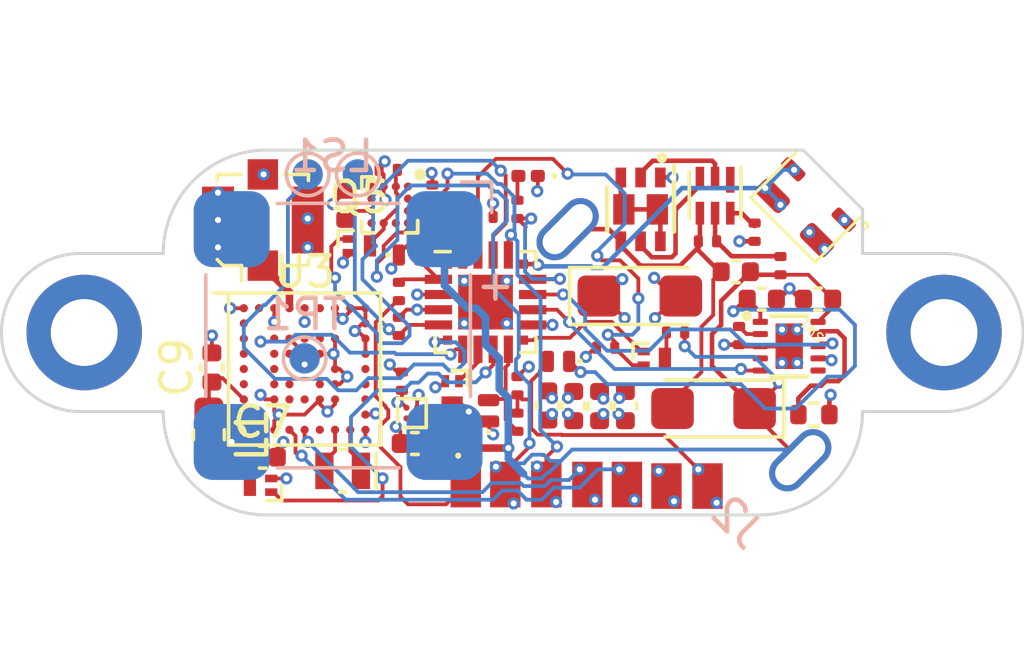
<source format=kicad_pcb>
(kicad_pcb (version 20211014) (generator pcbnew)
  (layers (0 "F.Cu" signal) (1 "In1.Cu" signal) (2 "In2.Cu" signal) (31 "B.Cu" signal) (34 "B.Paste" user) (35 "F.Paste" user) (36 "B.SilkS" user "B.Silkscreen") (37 "F.SilkS" user "F.Silkscreen") (38 "B.Mask" user) (39 "F.Mask" user) (44 "Edge.Cuts" user))
  (net 0 "")
  (net 1 "BATT_PACK")
  (net 2 "GND")
  (net 3 "+3V3")
  (net 4 "Net-(C5-Pad1)")
  (net 5 "Net-(D1-Pad2)")
  (net 6 "Net-(J1-Pad1)")
  (net 7 "SDA")
  (net 8 "SCL")
  (net 9 "Net-(TP1-Pad1)")
  (net 33 "GNSS_Tx")
  (net 34 "GNSS_Rx")
  (net 35 "Net-(U3-PadP$J7)")
  (net 36 "BATT_VOL")
  (net 37 "Net-(D2-Pad2)")
  (net 38 "Net-(U3-PadP$J8)")
  (net 39 "Net-(C7-Pad1)")
  (net 40 "Net-(C9-Pad1)")
  (net 41 "Net-(C4-Pad1)")
  (net 42 "VIN")
  (net 43 "C2CK")
  (net 44 "Net-(R5-Pad1)")
  (net 45 "Net-(D4-Pad2)")
  (net 46 "C2D")
  (net 47 "Net-(C15-Pad1)")
  (net 48 "Net-(C15-Pad2)")
  (net 49 "power_detect")
  (net 50 "Net-(D5-Pad2)")
  (net 51 "Net-(L1-Pad2)")
  (net 52 "Net-(Q2-Pad3)")
  (net 53 "EN_PWR_MAG")
  (net 54 "EN_BATT_VOL")
  (net 55 "Net-(Q3-Pad2)")
  (net 56 "SW")
  (net 58 "Net-(Q3-Pad3)")
  (net 59 "Buzz_out")
  (net 60 "Net-(Q3-Pad5)")
  (net 61 "EN_GPA_PWR")
  (net 62 "Net-(R9-Pad1)")
  (net 63 "Net-(R10-Pad1)")
  (net 64 "Net-(R11-Pad1)")
  (net 65 "TS")
  (net 66 "timepulse")
  (net 67 "PG")
  (net 68 "CHG")
  (footprint "Capacitor_SMD:C_0402_1005Metric" (layer "F.Cu") (at 129.275 95.65 180)
    (fp_text reference "C1" hide)
    (fp_text value "10µF")
  )
  (footprint "Capacitor_SMD:C_0402_1005Metric" (layer "F.Cu") (at 124.27 96.1)
    (fp_text reference "C7")
    (fp_text value "10µF")
  )
  (footprint "Capacitor_SMD:C_0402_1005Metric" (layer "F.Cu") (at 127 87.8 90)
    (fp_text reference "C5" hide)
    (fp_text value "4µ7")
  )
  (footprint "Yolo-GPS:WLP-4_0.73x0.73mm_Layout2x2_P0.35mm_Ball0.22mm_Pad0.2mm_NSMD_mod" (layer "F.Cu") (at 129.174999 94.649999 90)
    (fp_text reference "U1" hide)
    (fp_text value "TCR3UG33A")
  )
  (footprint "Yolo-GPS:pad_1x1.5" (layer "F.Cu") (at 133.6 97)
    (fp_text reference "TP4" hide)
    (fp_text value "SCL")
  )
  (footprint "Yolo-GPS:R_0201_0603Metric_mod" (layer "F.Cu") (at 132.65 94.95 -90)
    (fp_text reference "R6" hide)
    (fp_text value "1M")
  )
  (footprint "LED_SMD:LED_0201_0603Metric" (layer "F.Cu") (at 133 86.85 180)
    (fp_text reference "D5" hide)
    (fp_text value "green")
  )
  (footprint "Package_SON:WSON-6_1.5x1.5mm_P0.5mm" (layer "F.Cu") (at 139.15 87.5 -90)
    (fp_text reference "U6" hide)
    (fp_text value "BQ29700")
  )
  (footprint "Capacitor_Tantalum_SMD:CP_EIA-3216-18_Kemet-A" (layer "F.Cu") (at 136.675 90.8)
    (fp_text reference "C3" hide)
    (fp_text value "100µF")
  )
  (footprint "Yolo-GPS:D_SOD-932F_0402_1005Metric" (layer "F.Cu") (at 131.7 94.575 90)
    (fp_text reference "D3" hide)
    (fp_text value "CDBQC0130L-HF")
  )
  (footprint "Yolo-GPS:pad_1x1.5" (layer "F.Cu") (at 137.55 97.05)
    (fp_text reference "TP7" hide)
    (fp_text value "Gnd")
  )
  (footprint "Capacitor_SMD:C_0402_1005Metric" (layer "F.Cu") (at 139.83 90 180)
    (fp_text reference "C18" hide)
    (fp_text value "10µF")
  )
  (footprint "Resistor_SMD:R_0402_1005Metric" (layer "F.Cu") (at 142.4 94.7 180)
    (fp_text reference "TH1" hide)
    (fp_text value "NTC 10k")
  )
  (footprint "Yolo-GPS:R_0201_0603Metric_mod" (layer "F.Cu") (at 141.3 89.8 90)
    (fp_text reference "R12" hide)
    (fp_text value "300R")
  )
  (footprint "Package_DFN_QFN:SiliconLabs_QFN-20-1EP_3x3mm_P0.5mm_EP1.8x1.8mm" (layer "F.Cu") (at 131.6 91)
    (fp_text reference "U4" hide)
    (fp_text value "EFM8BB51F16G-A-QFN20")
  )
  (footprint "Yolo-GPS:R_0201_0603Metric_mod" (layer "F.Cu") (at 140.45 88.7 -90)
    (fp_text reference "R9" hide)
    (fp_text value "2k2")
  )
  (footprint "Yolo-GPS:pad_1x1.5" (layer "F.Cu") (at 138.9 97.05)
    (fp_text reference "TP2" hide)
    (fp_text value "Vin")
  )
  (footprint "MountingHole:MountingHole_2.2mm_M2_DIN965_Pad" (layer "F.Cu") (at 146.68 92)
    (fp_text reference "H4" hide)
    (fp_text value "MountingHole")
  )
  (footprint "MountingHole:MountingHole_2.2mm_M2_DIN965_Pad" (layer "F.Cu") (at 118.4 92)
    (fp_text reference "H1" hide)
    (fp_text value "MountingHole")
  )
  (footprint "Yolo-GPS:C_0201_0603Metric_mod" (layer "F.Cu") (at 128.4 86.65 180)
    (fp_text reference "C4" hide)
    (fp_text value "1µF")
  )
  (footprint "Yolo-GPS:ZOE-M8" (layer "F.Cu") (at 125.65 93.2)
    (fp_text reference "U3")
    (fp_text value "ZOE-M8Q")
  )
  (footprint "Yolo-GPS:C_0201_0603Metric_mod" (layer "F.Cu") (at 131.55 88.2)
    (fp_text reference "C6" hide)
    (fp_text value "1nF")
  )
  (footprint "Inductor_SMD:L_0603_1608Metric" (layer "F.Cu") (at 122.5 95.3625 -90)
    (fp_text reference "L1")
    (fp_text value "MCHK1608T1R5MKN")
  )
  (footprint "Yolo-GPS:pad_1x1.5" (layer "F.Cu") (at 132.25 97)
    (fp_text reference "TP3" hide)
    (fp_text value "SDA")
  )
  (footprint "Capacitor_SMD:C_0402_1005Metric" (layer "F.Cu") (at 134.5 94.42 90)
    (fp_text reference "C12" hide)
    (fp_text value "10µF")
  )
  (footprint "Package_DFN_QFN:Diodes_DFN1006-3" (layer "F.Cu") (at 127.45 89.15)
    (fp_text reference "Q5")
    (fp_text value "PMZB320UPE")
  )
  (footprint "Yolo-GPS:R_0201_0603Metric_mod" (layer "F.Cu") (at 130.075 88.675 90)
    (fp_text reference "R2" hide)
    (fp_text value "2k7")
  )
  (footprint "Capacitor_SMD:C_0402_1005Metric" (layer "F.Cu") (at 135.35 94.42 -90)
    (fp_text reference "C13" hide)
    (fp_text value "10µF")
  )
  (footprint "Yolo-GPS:R_0201_0603Metric_mod" (layer "F.Cu") (at 132.65 87.95 90)
    (fp_text reference "R11" hide)
    (fp_text value "360R")
  )
  (footprint "Yolo-GPS:R_0201_0603Metric_mod" (layer "F.Cu") (at 137.85 92 180)
    (fp_text reference "R7" hide)
    (fp_text value "200k")
  )
  (footprint "Yolo-GPS:C_0201_0603Metric_mod" (layer "F.Cu") (at 128.85 93.6 90)
    (fp_text reference "C2" hide)
    (fp_text value "1µF")
  )
  (footprint "Crystal:Crystal_SMD_MicroCrystal_CM9V-T1A-2Pin_1.6x1.0mm" (layer "F.Cu") (at 126.9 96.55 180)
    (fp_text reference "Y1" hide)
    (fp_text value "ECS-.327-7-16-TR3")
  )
  (footprint "Yolo-GPS:R_0201_0603Metric_mod" (layer "F.Cu") (at 135.55 92.5 180)
    (fp_text reference "R8" hide)
    (fp_text value "100k")
  )
  (footprint "Yolo-GPS:R_0201_0603Metric_mod" (layer "F.Cu") (at 132.65 93.75 -90)
    (fp_text reference "R1" hide)
    (fp_text value "1M")
  )
  (footprint "MountingHole:MountingHole_2.2mm_M2_DIN965_Pad" (layer "F.Cu") (at 134.3 88.6 135)
    (fp_text reference "J3" hide)
    (fp_text value "BAT_TAB_NEGATIVE")
  )
  (footprint "Capacitor_SMD:C_0402_1005Metric" (layer "F.Cu") (at 133.65 94.4 -90)
    (fp_text reference "C11" hide)
    (fp_text value "10µF")
  )
  (footprint "Yolo-GPS:R_0201_0603Metric_mod" (layer "F.Cu") (at 139.9375 92.1 -90)
    (fp_text reference "R10" hide)
    (fp_text value "10k")
  )
  (footprint "Yolo-GPS:EVPAV" (layer "F.Cu") (at 143.009619 86.998959 135)
    (fp_text reference "SW1")
    (fp_text value "EVP-AKE31A")
  )
  (footprint "Yolo-GPS:BGA-12_4x4_1.6x1.6mm" (layer "F.Cu") (at 128.45 87.8 -90)
    (fp_text reference "U2" hide)
    (fp_text value "MMC3416xPJ")
  )
  (footprint "Capacitor_SMD:C_0402_1005Metric" (layer "F.Cu") (at 122.6 93.15 90)
    (fp_text reference "C9")
    (fp_text value "10µF")
  )
  (footprint "Connector_Coaxial:U.FL_Molex_MCRF_73412-0110_Vertical" (layer "F.Cu") (at 124.275 88.3)
    (fp_text reference "J1" hide)
    (fp_text value "Ant")
  )
  (footprint "Yolo-GPS:R_0201_0603Metric_mod" (layer "F.Cu") (at 128.75 90.65 90)
    (fp_text reference "R5" hide)
    (fp_text value "100k")
  )
  (footprint "Yolo-GPS:D_SOD-932F_0402_1005Metric" (layer "F.Cu") (at 134 92.95 180)
    (fp_text reference "D2" hide)
    (fp_text value "CDBQC0130L-HF")
  )
  (footprint "Package_DFN_QFN:Diodes_DFN1006-3" (layer "F.Cu") (at 124.2 97.025 180)
    (fp_text reference "Q4" hide)
    (fp_text value "PMZB320UPE")
  )
  (footprint "Yolo-GPS:R_0201_0603Metric_mod" (layer "F.Cu") (at 129.85 87.45 -90)
    (fp_text reference "R3" hide)
    (fp_text value "2k7")
  )
  (footprint "Yolo-GPS:R_0201_0603Metric_mod" (layer "F.Cu") (at 128.75 91.8 -90)
    (fp_text reference "R4" hide)
    (fp_text value "1k")
  )
  (footprint "Yolo-GPS:pad_1x1.5" (layer "F.Cu") (at 136.25 97)
    (fp_text reference "TP6" hide)
    (fp_text value "GNSS_Rx")
  )
  (footprint "Yolo-GPS:pad_1x1.5" (layer "F.Cu") (at 134.95 97)
    (fp_text reference "TP5" hide)
    (fp_text value "GNSS_Tx")
  )
  (footprint "Capacitor_SMD:C_0402_1005Metric" (layer "F.Cu") (at 136.2 94.42 90)
    (fp_text reference "C14" hide)
    (fp_text value "10µF")
  )
  (footprint "Yolo-GPS:D_SOD-932F_0402_1005Metric" (layer "F.Cu") (at 129.1 89.45)
    (fp_text reference "D4" hide)
    (fp_text value "CDBQC0130L-HF")
  )
  (footprint "Capacitor_SMD:C_0402_1005Metric" (layer "F.Cu") (at 142.5375 90.9 180)
    (fp_text reference "C16" hide)
    (fp_text value "10µF")
  )
  (footprint "Capacitor_Tantalum_SMD:CP_EIA-3216-18_Kemet-A" (layer "F.Cu") (at 139.1 94.5 180)
    (fp_text reference "C17" hide)
    (fp_text value "100µF")
  )
  (footprint "Package_DFN_QFN:Diodes_DFN1006-3" (layer "F.Cu") (at 137.15 92.85)
    (fp_text reference "Q2" hide)
    (fp_text value "PMZ130UNEYL")
  )
  (footprint "Package_DFN_QFN:Diodes_DFN1006-3" (layer "F.Cu") (at 130.5 93.95 -90)
    (fp_text reference "Q1" hide)
    (fp_text value "PMZ130UNEYL")
  )
  (footprint "Yolo-GPS:C_0201_0603Metric_mod" (layer "F.Cu") (at 138.9 89)
    (fp_text reference "C15" hide)
    (fp_text value "100nF")
  )
  (footprint "Yolo-GPS:WSON_10_P0.4_2x2" (layer "F.Cu") (at 141.5875 92.45 -90)
    (fp_text reference "U5" hide)
    (fp_text value "BQ24040")
  )
  (footprint "Yolo-GPS:D_SOD-932F_0402_1005Metric" (layer "F.Cu") (at 130.7 95.35 90)
    (fp_text reference "D1" hide)
    (fp_text value "CDBQC0130L-HF")
  )
  (footprint "Yolo-GPS:pad_1x1.5" (layer "F.Cu") (at 130.95 97)
    (fp_text reference "TP8" hide)
    (fp_text value "Buzz_in")
  )
  (footprint "Yolo-GPS:U-DFN2020-6-2EP" (layer "F.Cu") (at 136.7 87.949999 -90)
    (fp_text reference "Q3" hide)
    (fp_text value "DMN1025UFDB")
  )
  (footprint "Capacitor_SMD:C_0402_1005Metric" (layer "F.Cu") (at 140.6875 90.9)
    (fp_text reference "C10" hide)
    (fp_text value "10µF")
  )
  (footprint "TestPoint:TestPoint_Pad_D1.0mm" (layer "B.Cu") (at 125.65 92.85 180)
    (fp_text reference "TP1")
    (fp_text value "TestPoint")
  )
  (footprint "Buzzer_Beeper:MagneticBuzzer_CUI_CMT-8504-100-SMT" (layer "B.Cu") (at 126.75 92.1 180)
    (fp_text reference "LS1")
    (fp_text value "CMT-85853-97-SMT-TR")
  )
  (footprint "TestPoint:TestPoint_Pad_D1.0mm" (layer "B.Cu") (at 127.4 86.8 -90)
    (fp_text reference "TP9" hide)
    (fp_text value "TestPoint")
  )
  (footprint "MountingHole:MountingHole_2.2mm_M2_DIN965_Pad" (layer "B.Cu") (at 141.95 96.2 -45)
    (fp_text reference "J2")
    (fp_text value "BAT_TAB_POS")
  )
  (footprint "TestPoint:TestPoint_Pad_D1.0mm" (layer "B.Cu") (at 125.75 86.8 -90)
    (fp_text reference "TP10" hide)
    (fp_text value "TestPoint")
  )
  (gr_arc (start 121 89.4) (mid 121.995837 86.995837) (end 124.4 86) (layer "Edge.Cuts") (width 0.1))
  (gr_arc (start 118.28 94.6) (mid 115.68 92) (end 118.28 89.4) (layer "Edge.Cuts") (width 0.1))
  (gr_line (start 144 94.6) (end 146.68 94.6) (layer "Edge.Cuts") (width 0.1))
  (gr_line (start 142.05 86) (end 124.4 86) (layer "Edge.Cuts") (width 0.1))
  (gr_line (start 140.6 98) (end 124.4 98) (layer "Edge.Cuts") (width 0.1))
  (gr_line (start 146.68 89.4) (end 144 89.399999) (layer "Edge.Cuts") (width 0.1))
  (gr_line (start 121 89.4) (end 118.28 89.4) (layer "Edge.Cuts") (width 0.1))
  (gr_line (start 142.05 86) (end 144 87.95) (layer "Edge.Cuts") (width 0.1))
  (gr_line (start 118.28 94.6) (end 121 94.600001) (layer "Edge.Cuts") (width 0.1))
  (gr_arc (start 146.68 89.4) (mid 149.28 92) (end 146.68 94.6) (layer "Edge.Cuts") (width 0.1))
  (gr_arc (start 144 94.6) (mid 143.004163 97.004163) (end 140.6 98) (layer "Edge.Cuts") (width 0.1))
  (gr_arc (start 124.4 98) (mid 121.995837 97.004163) (end 121 94.6) (layer "Edge.Cuts") (width 0.1))
  (gr_line (start 144 87.95) (end 144 89.399999) (layer "Edge.Cuts") (width 0.1))
  (segment (start 132.35 95.8) (end 130.8 95.8) (width 0.25) (layer "F.Cu") (net 1))
  (segment (start 139.350499 91.749501) (end 139.05 92.05) (width 0.15) (layer "F.Cu") (net 1))
  (segment (start 130.8 95.8) (end 130.7 95.7) (width 0.25) (layer "F.Cu") (net 1))
  (segment (start 143.0175 90.9) (end 142.2175 90.1) (width 0.125) (layer "F.Cu") (net 1))
  (segment (start 129.55 95.025) (end 129.7 95.025) (width 0.125) (layer "F.Cu") (net 1))
  (segment (start 140.45 94.5) (end 140.45 94.7) (width 0.125) (layer "F.Cu") (net 1))
  (segment (start 141.25 93.7) (end 140.45 94.5) (width 0.125) (layer "F.Cu") (net 1))
  (segment (start 139.05 93.1) (end 140.45 94.5) (width 0.15) (layer "F.Cu") (net 1))
  (segment (start 129.349999 94.824999) (end 129.55 95.025) (width 0.125) (layer "F.Cu") (net 1))
  (segment (start 140.31 90) (end 139.350499 90.959501) (width 0.15) (layer "F.Cu") (net 1))
  (segment (start 143.0175 91.17) (end 142.5375 91.65) (width 0.125) (layer "F.Cu") (net 1))
  (segment (start 143.0175 90.9) (end 143.0175 91.17) (width 0.125) (layer "F.Cu") (net 1))
  (segment (start 130.7 95.7) (end 129.805 95.7) (width 0.125) (layer "F.Cu") (net 1))
  (segment (start 129.805 95.7) (end 129.755 95.65) (width 0.125) (layer "F.Cu") (net 1))
  (segment (start 139.05 92.05) (end 139.05 93.1) (width 0.15) (layer "F.Cu") (net 1))
  (segment (start 140.41 90.1) (end 140.31 90) (width 0.15) (layer "F.Cu") (net 1))
  (segment (start 130.65 95.65) (end 130.7 95.7) (width 0.125) (layer "F.Cu") (net 1))
  (segment (start 140.45 94.7) (end 141.95 96.2) (width 0.125) (layer "F.Cu") (net 1))
  (segment (start 129.725 95.725) (end 129.725 95.05) (width 0.125) (layer "F.Cu") (net 1))
  (segment (start 128.999999 94.824999) (end 129.349999 94.824999) (width 0.125) (layer "F.Cu") (net 1))
  (segment (start 142.2175 90.1) (end 141.3 90.1) (width 0.125) (layer "F.Cu") (net 1))
  (segment (start 141.3 90.1) (end 140.41 90.1) (width 0.15) (layer "F.Cu") (net 1))
  (segment (start 139.350499 90.959501) (end 139.350499 91.749501) (width 0.15) (layer "F.Cu") (net 1))
  (segment (start 138.15 92) (end 138.15 92.45) (width 0.125) (layer "F.Cu") (net 1))
  (segment (start 129.755 95.65) (end 130.65 95.65) (width 0.125) (layer "F.Cu") (net 1))
  (segment (start 129.725 95.05) (end 129.7 95.025) (width 0.125) (layer "F.Cu") (net 1))
  (segment (start 141.25 93.65) (end 141.25 93.7) (width 0.125) (layer "F.Cu") (net 1))
  (via (at 138.15 92.45) (size 0.4) (drill 0.2) (layers "F.Cu" "B.Cu") (net 1))
  (via (at 141.25 93.65) (size 0.4) (drill 0.2) (layers "F.Cu" "B.Cu") (net 1))
  (via (at 132.35 95.8) (size 0.4) (drill 0.2) (layers "F.Cu" "B.Cu") (net 1))
  (segment (start 134.447138 95.85) (end 134.073569 96.223569) (width 0.125) (layer "B.Cu") (net 1))
  (segment (start 133.46022 96.026488) (end 133.452004 96.018272) (width 0.125) (layer "B.Cu") (net 1))
  (segment (start 141.25 93.6) (end 141.25 93.65) (width 0.125) (layer "B.Cu") (net 1))
  (segment (start 134.073569 96.223569) (end 133.723569 96.223569) (width 0.125) (layer "B.Cu") (net 1))
  (segment (start 140.25 92.8) (end 140.45 92.8) (width 0.125) (layer "B.Cu") (net 1))
  (segment (start 130.25 90.45) (end 131 91.2) (width 0.25) (layer "B.Cu") (net 1))
  (segment (start 138.5 92.8) (end 140.25 92.8) (width 0.125) (layer "B.Cu") (net 1))
  (segment (start 132.904701 96.261403) (end 132.866104 96.3) (width 0.125) (layer "B.Cu") (net 1))
  (segment (start 133.643298 96.600979) (end 133.443788 96.800489) (width 0.125) (layer "B.Cu") (net 1))
  (segment (start 132.7 96.5) (end 132.85 96.65) (width 0.25) (layer "B.Cu") (net 1))
  (segment (start 140.45 92.8) (end 140.65 93) (width 0.125) (layer "B.Cu") (net 1))
  (segment (start 133.452004 96.018272) (end 133.1314 96.018272) (width 0.125) (layer "B.Cu") (net 1))
  (segment (start 138.15 92.45) (end 138.5 92.8) (width 0.125) (layer "B.Cu") (net 1))
  (segment (start 133.443788 96.800489) (end 133.000489 96.800489) (width 0.125) (layer "B.Cu") (net 1))
  (segment (start 132.5 96.3) (end 132.7 96.5) (width 0.25) (layer "B.Cu") (net 1))
  (segment (start 133.693299 96.600978) (end 133.643298 96.600979) (width 0.125) (layer "B.Cu") (net 1))
  (segment (start 132.05 93.85) (end 132.35 94.15) (width 0.25) (layer "B.Cu") (net 1))
  (segment (start 132.904701 96.244971) (end 132.904701 96.261403) (width 0.125) (layer "B.Cu") (net 1))
  (segment (start 134.073569 96.223569) (end 134.070708 96.223569) (width 0.125) (layer "B.Cu") (net 1))
  (segment (start 141.6 95.85) (end 134.447138 95.85) (width 0.125) (layer "B.Cu") (net 1))
  (segment (start 132.35 96.15) (end 132.5 96.3) (width 0.25) (layer "B.Cu") (net 1))
  (segment (start 131.6 92.4) (end 132.05 92.85) (width 0.25) (layer "B.Cu") (net 1))
  (segment (start 132.05 92.85) (end 132.05 93.85) (width 0.25) (layer "B.Cu") (net 1))
  (segment (start 133.723569 96.223569) (end 133.526488 96.026488) (width 0.125) (layer "B.Cu") (net 1))
  (segment (start 132.35 94.15) (end 132.35 95.8) (width 0.25) (layer "B.Cu") (net 1))
  (segment (start 133.1314 96.018272) (end 132.904701 96.244971) (width 0.125) (layer "B.Cu") (net 1))
  (segment (start 141.95 96.2) (end 141.6 95.85) (width 0.125) (layer "B.Cu") (net 1))
  (segment (start 140.65 93) (end 141.25 93.6) (width 0.125) (layer "B.Cu") (net 1))
  (segment (start 141.574501 95.824501) (end 141.95 96.2) (width 0.125) (layer "B.Cu") (net 1))
  (segment (start 133.526488 96.026488) (end 133.46022 96.026488) (width 0.125) (layer "B.Cu") (net 1))
  (segment (start 133.000489 96.800489) (end 132.85 96.65) (width 0.125) (layer "B.Cu") (net 1))
  (segment (start 132.35 95.964309) (end 132.35 96.15) (width 0.25) (layer "B.Cu") (net 1))
  (segment (start 132.35 95.8) (end 132.35 95.964309) (width 0.25) (layer "B.Cu") (net 1))
  (segment (start 132.866104 96.3) (end 132.5 96.3) (width 0.125) (layer "B.Cu") (net 1))
  (segment (start 131 91.2) (end 131.3 91.2) (width 0.25) (layer "B.Cu") (net 1))
  (segment (start 134.070708 96.223569) (end 133.693299 96.600978) (width 0.125) (layer "B.Cu") (net 1))
  (segment (start 130.25 88.6) (end 130.25 90.45) (width 0.25) (layer "B.Cu") (net 1))
  (segment (start 131.3 91.2) (end 131.6 91.5) (width 0.25) (layer "B.Cu") (net 1))
  (segment (start 131.6 91.5) (end 131.6 92.4) (width 0.25) (layer "B.Cu") (net 1))
  (segment (start 127.55 91.7) (end 127.3 91.95) (width 0.125) (layer "F.Cu") (net 2))
  (segment (start 133.32 86.85) (end 133.32 87.33) (width 0.125) (layer "F.Cu") (net 2))
  (segment (start 127.4 91.95) (end 127.65 92.2) (width 0.125) (layer "F.Cu") (net 2))
  (segment (start 127.65 92.7) (end 127.65 92.2) (width 0.125) (layer "F.Cu") (net 2))
  (segment (start 127.15 91.3) (end 126.9 91.55) (width 0.125) (layer "F.Cu") (net 2))
  (segment (start 128.25 87.2) (end 128.25 86.8) (width 0.125) (layer "F.Cu") (net 2))
  (segment (start 123.65 91.2) (end 123.2 91.2) (width 0.125) (layer "F.Cu") (net 2))
  (segment (start 134.55 93.915) (end 134.314844 94.150156) (width 0.125) (layer "F.Cu") (net 2))
  (segment (start 135.199998 92.5) (end 134.899917 92.800081) (width 0.125) (layer "F.Cu") (net 2))
  (segment (start 142.91 94.7) (end 142.91 94.09) (width 0.15) (layer "F.Cu") (net 2))
  (segment (start 124.75 96.1) (end 124.75 95.8) (width 0.125) (layer "F.Cu") (net 2))
  (segment (start 127.15 91.2) (end 127.65 91.2) (width 0.125) (layer "F.Cu") (net 2))
  (segment (start 124.65 94.6) (end 124.8 94.75) (width 0.125) (layer "F.Cu") (net 2))
  (segment (start 125.75 88.3) (end 125.75 89.2) (width 0.125) (layer "F.Cu") (net 2))
  (segment (start 124.65 95.2) (end 124.65 95.05) (width 0.125) (layer "F.Cu") (net 2))
  (segment (start 127.15 91.2) (end 127.15 91.3) (width 0.125) (layer "F.Cu") (net 2))
  (segment (start 142.91 94.09) (end 142.95 94.05) (width 0.15) (layer "F.Cu") (net 2))
  (segment (start 131.875 87.65) (end 131.875 87.725) (width 0.125) (layer "F.Cu") (net 2))
  (segment (start 129.353473 90.75) (end 129.352967 90.750506) (width 0.125) (layer "F.Cu") (net 2))
  (segment (start 126.65 93.2) (end 126.65 92.75) (width 0.125) (layer "F.Cu") (net 2))
  (segment (start 126.15 92.7) (end 126.6 92.7) (width 0.125) (layer "F.Cu") (net 2))
  (segment (start 135.349998 94.9355) (end 135.349998 94.805537) (width 0.125) (layer "F.Cu") (net 2))
  (segment (start 125.65 91.2) (end 125.65 91.65) (width 0.125) (layer "F.Cu") (net 2))
  (segment (start 131.6 91) (end 132.3 91.7) (width 0.125) (layer "F.Cu") (net 2))
  (segment (start 130.275 93.6) (end 130.214635 93.6) (width 0.125) (layer "F.Cu") (net 2))
  (segment (start 130.075 93.8) (end 130.275 93.6) (width 0.125) (layer "F.Cu") (net 2))
  (segment (start 127 87.35) (end 126.575 87.775) (width 0.125) (layer "F.Cu") (net 2))
  (segment (start 132.973651 93.126349) (end 133.023651 93.126349) (width 0.125) (layer "F.Cu") (net 2))
  (segment (start 130.05 90.75) (end 129.353473 90.75) (width 0.125) (layer "F.Cu") (net 2))
  (segment (start 137.55 97.05) (end 137.55 97.3) (width 0.125) (layer "F.Cu") (net 2))
  (segment (start 127.3 91.95) (end 127.4 91.95) (width 0.125) (layer "F.Cu") (net 2))
  (segment (start 141.25 90.9) (end 141.6 90.55) (width 0.15) (layer "F.Cu") (net 2))
  (segment (start 128.1 86.65) (end 128.1 86.554098) (width 0.125) (layer "F.Cu") (net 2))
  (segment (start 141.5875 92.45) (end 141.5875 92.1625) (width 0.15) (layer "F.Cu") (net 2))
  (segment (start 143.389429 88.289429) (end 143.4 88.3) (width 0.125) (layer "F.Cu") (net 2))
  (segment (start 128.25 87.2) (end 128.25 87.575) (width 0.125) (layer "F.Cu") (net 2))
  (segment (start 140.45 89) (end 139.95 89) (width 0.15) (layer "F.Cu") (net 2))
  (segment (start 122.6 92.67) (end 122.6 92.1) (width 0.125) (layer "F.Cu") (net 2))
  (segment (start 131.875 87.725) (end 131.85 87.75) (width 0.125) (layer "F.Cu") (net 2))
  (segment (start 142.504038 88.96118) (end 142.504038 89.004038) (width 0.125) (layer "F.Cu") (net 2))
  (segment (start 128.1 86.554098) (end 128.284067 86.370031) (width 0.125) (layer "F.Cu") (net 2))
  (segment (start 137.748684 90.8) (end 137.148184 90.1995) (width 0.125) (layer "F.Cu") (net 2))
  (segment (start 124.35 94.2) (end 124.2 94.05) (width 0.125) (layer "F.Cu") (net 2))
  (segment (start 137.35 86.899999) (end 137.75 86.9) (width 0.15) (layer "F.Cu") (net 2))
  (segment (start 139.9375 92.4) (end 139.45 92.4) (width 0.15) (layer "F.Cu") (net 2))
  (segment (start 142.504038 88.96118) (end 142.504038 88.954038) (width 0.125) (layer "F.Cu") (net 2))
  (segment (start 137.55 96.8) (end 137.3 96.55) (width 0.125) (layer "F.Cu") (net 2))
  (segment (start 124.65 94.2) (end 124.35 94.2) (width 0.125) (layer "F.Cu") (net 2))
  (segment (start 128.795 95.65) (end 128.795 95.245) (width 0.125) (layer "F.Cu") (net 2))
  (segment (start 135.25 92.5) (end 135.199998 92.5) (width 0.125) (layer "F.Cu") (net 2))
  (segment (start 141.5875 92.7375) (end 141.85 93) (width 0.15) (layer "F.Cu") (net 2))
  (segment (start 131.6 91) (end 130.9 90.3) (width 0.125) (layer "F.Cu") (net 2))
  (segment (start 136.25 93.915) (end 136.014501 94.150499) (width 0.125) (layer "F.Cu") (net 2))
  (segment (start 129.349999 94.100001) (end 129.4 94.05) (width 0.125) (layer "F.Cu") (net 2))
  (segment (start 126.8 93.2) (end 127.05 93.45) (width 0.125) (layer "F.Cu") (net 2))
  (segment (start 127.65 95.2) (end 127.65 95.6) (width 0.125) (layer "F.Cu") (net 2))
  (segment (start 126.15 94.2) (end 126.15 94.35) (width 0.125) (layer "F.Cu") (net 2))
  (segment (start 137.9 90.8) (end 137.175 91.525) (width 0.125) (layer "F.Cu") (net 2))
  (segment (start 141.1675 90.9) (end 141.25 90.9) (width 0.15) (layer "F.Cu") (net 2))
  (segment (start 129.95 93.8) (end 130.075 93.8) (width 0.125) (layer "F.Cu") (net 2))
  (segment (start 138.025 90.8) (end 137.748684 90.8) (width 0.125) (layer "F.Cu") (net 2))
  (segment (start 141.5875 92.45) (end 141.5875 92.7625) (width 0.15) (layer "F.Cu") (net 2))
  (segment (start 128.25 86.8) (end 128.1 86.65) (width 0.125) (layer "F.Cu") (net 2))
  (segment (start 126.65 94.35) (end 126.4 94.6) (width 0.125) (layer "F.Cu") (net 2))
  (segment (start 128.7 93.3) (end 128.45 93.05) (width 0.125) (layer "F.Cu") (net 2))
  (segment (start 133.649998 94.9355) (end 133.649998 94.817014) (width 0.125) (layer "F.Cu") (net 2))
  (segment (start 141.5875 92.7625) (end 141.35 93) (width 0.15) (layer "F.Cu") (net 2))
  (segment (start 131.85 88.2) (end 131.85 87.75) (width 0.125) (layer "F.Cu") (net 2))
  (segment (start 126.65 94.2) (end 126.65 94.35) (width 0.125) (layer "F.Cu") (net 2))
  (segment (start 128.25 87.575) (end 128.311151 87.636151) (width 0.125) (layer "F.Cu") (net 2))
  (segment (start 124.65 91.2) (end 124.65 91.65) (width 0.125) (layer "F.Cu") (net 2))
  (segment (start 133.649998 94.817014) (end 133.787 94.680012) (width 0.125) (layer "F.Cu") (net 2))
  (segment (start 131.6 91) (end 130.9 91.7) (width 0.125) (layer "F.Cu") (net 2))
  (segment (start 141.95 90.9) (end 141.6 90.55) (width 0.15) (layer "F.Cu") (net 2))
  (segment (start 122.8 88.3) (end 122.8 87.4) (width 0.125) (layer "F.Cu") (net 2))
  (segment (start 126.15 94.35) (end 126.4 94.6) (width 0.125) (layer "F.Cu") (net 2))
  (segment (start 126.65 91.3) (end 126.9 91.55) (width 0.125) (layer "F.Cu") (net 2))
  (segment (start 142.5375 92.85) (end 142.920194 92.85) (width 0.15) (layer "F.Cu") (net 2))
  (segment (start 128.795 95.245) (end 128.65 95.1) (width 0.125) (layer "F.Cu") (net 2))
  (segment (start 141.5875 92.1625) (end 141.85 91.9) (width 0.15) (layer "F.Cu") (net 2))
  (segment (start 124.275 86.8) (end 124.3 86.8) (width 0.125) (layer "F.Cu") (net 2))
  (segment (start 127.65 91.2) (end 127.65 91.7) (width 0.125) (layer "F.Cu") (net 2))
  (segment (start 133.15 91.75) (end 133.8 91.75) (width 0.125) (layer "F.Cu") (net 2))
  (segment (start 126.65 91.2) (end 126.65 91.3) (width 0.125) (layer "F.Cu") (net 2))
  (segment (start 143.38085 88.289429) (end 143.389429 88.289429) (width 0.125) (layer "F.Cu") (net 2))
  (segment (start 140.6375 92.45) (end 141.35 92.45) (width 0.15) (layer "F.Cu") (net 2))
  (segment (start 141.5875 92.45) (end 141.5875 92.7375) (width 0.15) (layer "F.Cu") (net 2))
  (segment (start 124.65 95.05) (end 124.65 94.9) (width 0.125) (layer "F.Cu") (net 2))
  (segment (start 139.9875 92.45) (end 139.9375 92.4) (width 0.15) (layer "F.Cu") (net 2))
  (segment (start 127 87.32) (end 127 87.35) (width 0.125) (layer "F.Cu") (net 2))
  (segment (start 136.014501 94.150499) (end 136 94.150499) (width 0.125) (layer "F.Cu") (net 2))
  (segment (start 126.8 93.7) (end 127.05 93.45) (width 0.125) (layer "F.Cu") (net 2))
  (segment (start 126.15 94.2) (end 125.65 94.7) (width 0.125) (layer "F.Cu") (net 2))
  (segment (start 125.65 94.7) (end 124.8 94.7) (width 0.125) (layer "F.Cu") (net 2))
  (segment (start 141.5875 92.45) (end 141.5875 92.1375) (width 0.15) (layer "F.Cu") (net 2))
  (segment (start 124.65 94.2) (end 124.65 94.6) (width 0.125) (layer "F.Cu") (net 2))
  (segment (start 124.75 95.8) (end 124.95 95.6) (width 0.125) (layer "F.Cu") (net 2))
  (segment (start 137.55 97.05) (end 137.55 96.8) (width 0.125) (layer "F.Cu") (net 2))
  (segment (start 128.85 93.3) (end 128.7 93.3) (width 0.125) (layer "F.Cu") (net 2))
  (segment (start 131.6 91) (end 132.3 90.3) (width 0.125) (layer "F.Cu") (net 2))
  (segment (start 132.65 93.45) (end 132.973651 93.126349) (width 0.125) (layer "F.Cu") (net 2))
  (segment (start 126.65 93.7) (end 126.8 93.7) (width 0.125) (layer "F.Cu") (net 2))
  (segment (start 126.65 92.75) (end 126.6 92.7) (width 0.125) (layer "F.Cu") (net 2))
  (segment (start 124.8 94.75) (end 124.8 94.7) (width 0.125) (layer "F.Cu") (net 2))
  (segment (start 133.32 87.33) (end 133.3 87.35) (width 0.125) (layer "F.Cu") (net 2))
  (segment (start 125.75 88.3) (end 125.75 88.25) (width 0.125) (layer "F.Cu") (net 2))
  (segment (start 142.920194 92.85) (end 142.980044 92.90985) (width 0.15) (layer "F.Cu") (net 2))
  (segment (start 137.55 97.3) (end 137.8 97.55) (width 0.125) (layer "F.Cu") (net 2))
  (segment (start 126.65 92.65) (end 126.6 92.7) (width 0.125) (layer "F.Cu") (net 2))
  (segment (start 142.504038 88.954038) (end 142.25 88.7) (width 0.125) (layer "F.Cu") (net 2))
  (segment (start 126.65 92.2) (end 126.65 92.65) (width 0.125) (layer "F.Cu") (net 2))
  (segment (start 135.349998 94.805537) (end 135.475523 94.680012) (width 0.125) (layer "F.Cu") (net 2))
  (segment (start 129.349999 94.474999) (end 129.349999 94.100001) (width 0.125) (layer "F.Cu") (net 2))
  (segment (start 140.6375 92.45) (end 139.9875 92.45) (width 0.15) (layer "F.Cu") (net 2))
  (segment (start 124.65 94.9) (end 124.8 94.75) (width 0.125) (layer "F.Cu") (net 2))
  (segment (start 142.0575 90.9) (end 141.95 90.9) (width 0.15) (layer "F.Cu") (net 2))
  (segment (start 142.504038 89.004038) (end 142.75 89.25) (width 0.125) (layer "F.Cu") (net 2))
  (segment (start 134.314844 94.150156) (end 134.311486 94.150156) (width 0.125) (layer "F.Cu") (net 2))
  (segment (start 141.5875 92.1375) (end 141.35 91.9) (width 0.15) (layer "F.Cu") (net 2))
  (segment (start 141.35 92.45) (end 141.35 91.9) (width 0.15) (layer "F.Cu") (net 2))
  (segment (start 126.65 93.2) (end 126.8 93.2) (width 0.125) (layer "F.Cu") (net 2))
  (segment (start 122.8 88.3) (end 122.8 89.2) (width 0.125) (layer "F.Cu") (net 2))
  (segment (start 127.65 91.7) (end 127.55 91.7) (width 0.125) (layer "F.Cu") (net 2))
  (segment (start 138.025 90.8) (end 137.9 90.8) (width 0.125) (layer "F.Cu") (net 2))
  (via (at 134.899917 92.800081) (size 0.4) (drill 0.2) (layers "F.Cu" "B.Cu") (net 2))
  (via (at 128.45 93.05) (size 0.4) (drill 0.2) (layers "F.Cu" "B.Cu") (net 2))
  (via (at 127.05 93.45) (size 0.4) (drill 0.2) (layers "F.Cu" "B.Cu") (net 2))
  (via (at 130.9 91.7) (size 0.4) (drill 0.2) (layers "F.Cu" "B.Cu") (net 2))
  (via (at 142.980044 92.90985) (size 0.4) (drill 0.2) (layers "F.Cu" "B.Cu") (net 2))
  (via (at 128.284067 86.370031) (size 0.4) (drill 0.2) (layers "F.Cu" "B.Cu") (net 2))
  (via (at 124.95 95.6) (size 0.4) (drill 0.2) (layers "F.Cu" "B.Cu") (net 2))
  (via (at 122.8 88.3) (size 0.4) (drill 0.2) (layers "F.Cu" "B.Cu") (net 2))
  (via (at 129.95 93.8) (size 0.4) (drill 0.2) (layers "F.Cu" "B.Cu") (net 2))
  (via (at 135.475523 94.680012) (size 0.4) (drill 0.2) (layers "F.Cu" "B.Cu") (net 2))
  (via (at 127.65 95.6) (size 0.4) (drill 0.2) (layers "F.Cu" "B.Cu") (net 2))
  (via (at 137.75 86.9) (size 0.4) (drill 0.2) (layers "F.Cu" "B.Cu") (net 2))
  (via (at 134.311486 94.150156) (size 0.4) (drill 0.2) (layers "F.Cu" "B.Cu") (net 2))
  (via (at 129.352967 90.750506) (size 0.4) (drill 0.2) (layers "F.Cu" "B.Cu") (net 2))
  (via (at 126.6 92.7) (size 0.4) (drill 0.2) (layers "F.Cu" "B.Cu") (net 2))
  (via (at 142.25 88.7) (size 0.4) (drill 0.2) (layers "F.Cu" "B.Cu") (net 2))
  (via (at 123.25 95.6) (size 0.4) (drill 0.2) (layers "F.Cu" "B.Cu") (net 2))
  (via (at 124.65 91.65) (size 0.4) (drill 0.2) (layers "F.Cu" "B.Cu") (net 2))
  (via (at 141.85 93) (size 0.4) (drill 0.2) (layers "F.Cu" "B.Cu") (net 2))
  (via (at 137.175 91.525) (size 0.4) (drill 0.2) (layers "F.Cu" "B.Cu") (net 2))
  (via (at 137.148184 90.1995) (size 0.4) (drill 0.2) (layers "F.Cu" "B.Cu") (net 2))
  (via (at 141.35 93) (size 0.4) (drill 0.2) (layers "F.Cu" "B.Cu") (net 2))
  (via (at 132.3 91.7) (size 0.4) (drill 0.2) (layers "F.Cu" "B.Cu") (net 2))
  (via (at 131.85 87.75) (size 0.4) (drill 0.2) (layers "F.Cu" "B.Cu") (net 2))
  (via (at 128.65 95.1) (size 0.4) (drill 0.2) (layers "F.Cu" "B.Cu") (net 2))
  (via (at 133.787 94.680012) (size 0.4) (drill 0.2) (layers "F.Cu" "B.Cu") (net 2))
  (via (at 139.95 89) (size 0.4) (drill 0.2) (layers "F.Cu" "B.Cu") (net 2))
  (via (at 124.8 94.7) (size 0.4) (drill 0.2) (layers "F.Cu" "B.Cu") (net 2))
  (via (at 122.8 89.2) (size 0.4) (drill 0.2) (layers "F.Cu" "B.Cu") (net 2))
  (via (at 136 94.150499) (size 0.4) (drill 0.2) (layers "F.Cu" "B.Cu") (net 2))
  (via (at 125.75 88.25) (size 0.4) (drill 0.2) (layers "F.Cu" "B.Cu") (net 2))
  (via (at 143.4 88.3) (size 0.4) (drill 0.2) (layers "F.Cu" "B.Cu") (net 2))
  (via (at 122.8 87.4) (size 0.4) (drill 0.2) (layers "F.Cu" "B.Cu") (net 2))
  (via (at 124.3 86.8) (size 0.4) (drill 0.2) (layers "F.Cu" "B.Cu") (net 2))
  (via (at 137.8 97.55) (size 0.4) (drill 0.2) (layers "F.Cu" "B.Cu") (net 2))
  (via (at 130.9 90.3) (size 0.4) (drill 0.2) (layers "F.Cu" "B.Cu") (net 2))
  (via (at 142.95 94.05) (size 0.4) (drill 0.2) (layers "F.Cu" "B.Cu") (net 2))
  (via (at 132.3 90.3) (size 0.4) (drill 0.2) (layers "F.Cu" "B.Cu") (net 2))
  (via (at 125.75 89.2) (size 0.4) (drill 0.2) (layers "F.Cu" "B.Cu") (net 2))
  (via (at 128.311151 87.636151) (size 0.4) (drill 0.2) (layers "F.Cu" "B.Cu") (net 2))
  (via (at 141.6 90.55) (size 0.4) (drill 0.2) (layers "F.Cu" "B.Cu") (net 2))
  (via (at 141.85 91.9) (size 0.4) (drill 0.2) (layers "F.Cu" "B.Cu") (net 2))
  (via (at 137.3 96.55) (size 0.4) (drill 0.2) (layers "F.Cu" "B.Cu") (net 2))
  (via (at 133.023651 93.126349) (size 0.4) (drill 0.2) (layers "F.Cu" "B.Cu") (net 2))
  (via (at 126.4 94.6) (size 0.4) (drill 0.2) (layers "F.Cu" "B.Cu") (net 2))
  (via (at 142.75 89.25) (size 0.4) (drill 0.2) (layers "F.Cu" "B.Cu") (net 2))
  (via (at 126.9 91.55) (size 0.4) (drill 0.2) (layers "F.Cu" "B.Cu") (net 2))
  (via (at 122.6 92.1) (size 0.4) (drill 0.2) (layers "F.Cu" "B.Cu") (net 2))
  (via (at 127.3 91.95) (size 0.4) (drill 0.2) (layers "F.Cu" "B.Cu") (net 2))
  (via (at 124.2 94.05) (size 0.4) (drill 0.2) (layers "F.Cu" "B.Cu") (net 2))
  (via (at 126.575 87.775) (size 0.4) (drill 0.2) (layers "F.Cu" "B.Cu") (net 2))
  (via (at 133.3 87.35) (size 0.4) (drill 0.2) (layers "F.Cu" "B.Cu") (net 2))
  (via (at 133.8 91.75) (size 0.4) (drill 0.2) (layers "F.Cu" "B.Cu") (net 2))
  (via (at 141.35 91.9) (size 0.4) (drill 0.2) (layers "F.Cu" "B.Cu") (net 2))
  (via (at 123.2 91.2) (size 0.4) (drill 0.2) (layers "F.Cu" "B.Cu") (net 2))
  (via (at 125.65 91.65) (size 0.4) (drill 0.2) (layers "F.Cu" "B.Cu") (net 2))
  (via (at 139.45 92.4) (size 0.4) (drill 0.2) (layers "F.Cu" "B.Cu") (net 2))
  (via (at 129.4 94.05) (size 0.4) (drill 0.2) (layers "F.Cu" "B.Cu") (net 2))
  (segment (start 123.1 88.6) (end 122.8 88.3) (width 0.125) (layer "B.Cu") (net 2))
  (segment (start 123.25 88.6) (end 123.1 88.6) (width 0.125) (layer "B.Cu") (net 2))
  (segment (start 133.65 93.9755) (end 133.787 94.1125) (width 0.125) (layer "F.Cu") (net 3))
  (segment (start 130.075 88.975) (end 130.02548 88.92548) (width 0.125) (layer "F.Cu") (net 3))
  (segment (start 135.35 93.9755) (end 135.474912 94.100412) (width 0.125) (layer "F.Cu") (net 3))
  (segment (start 135.325 90.8) (end 135.540343 90.8) (width 0.125) (layer "F.Cu") (net 3))
  (segment (start 127.65 94.7) (end 128.025 94.7) (width 0.125) (layer "F.Cu") (net 3))
  (segment (start 130.02548 88.92548) (end 129.236291 88.92548) (width 0.125) (layer "F.Cu") (net 3))
  (segment (start 129.236291 88.92548) (end 128.75 89.411771) (width 0.125) (layer "F.Cu") (net 3))
  (segment (start 129.85 86.775) (end 129.825 86.75) (width 0.125) (layer "F.Cu") (net 3))
  (segment (start 136.05 94.675) (end 135.975 94.675) (width 0.125) (layer "F.Cu") (net 3))
  (segment (start 135.474912 94.100412) (end 135.474912 94.176999) (width 0.125) (layer "F.Cu") (net 3))
  (segment (start 135.325 90.8) (end 135.45 90.8) (width 0.125) (layer "F.Cu") (net 3))
  (segment (start 128.999999 94.474999) (end 128.825 94.3) (width 0.125) (layer "F.Cu") (net 3))
  (segment (start 131.8 95.2255) (end 131.85 95.35) (width 0.125) (layer "F.Cu") (net 3))
  (segment (start 128.85 94.15) (end 128.7 94.3) (width 0.125) (layer "F.Cu") (net 3))
  (segment (start 131.725 95.225) (end 131.85 95.35) (width 0.125) (layer "F.Cu") (net 3))
  (segment (start 124.55 96.8) (end 125.05 96.8) (width 0.125) (layer "F.Cu") (net 3))
  (segment (start 128.7 91.55) (end 129 91.25) (width 0.125) (layer "F.Cu") (net 3))
  (segment (start 128.75 89.45) (end 128.75 89.65) (width 0.125) (layer "F.Cu") (net 3))
  (segment (start 129.85 87.15) (end 129.85 86.775) (width 0.125) (layer "F.Cu") (net 3))
  (segment (start 128.825 94.3) (end 128.7 94.3) (width 0.125) (layer "F.Cu") (net 3))
  (segment (start 133.65 93.9455) (end 133.65 94.0055) (width 0.125) (layer "F.Cu") (net 3))
  (segment (start 128.85 93.825) (end 128.85 94.15) (width 0.125) (layer "F.Cu") (net 3))
  (segment (start 133.787 94.1125) (end 133.787 94.154369) (width 0.125) (layer "F.Cu") (net 3))
  (segment (start 131.725 94.925) (end 131.725 95.225) (width 0.125) (layer "F.Cu") (net 3))
  (segment (start 135.45 90.8) (end 136.175 91.525) (width 0.125) (layer "F.Cu") (net 3))
  (segment (start 129.35 91.25) (end 130.05 91.25) (width 0.125) (layer "F.Cu") (net 3))
  (segment (start 126.913489 89.661511) (end 126.913489 89.7) (width 0.125) (layer "F.Cu") (net 3))
  (segment (start 134.55 94.875) (end 134.349674 94.674674) (width 0.125) (layer "F.Cu") (net 3))
  (segment (start 134.349674 94.674674) (end 134.311475 94.674674) (width 0.125) (layer "F.Cu") (net 3))
  (segment (start 128.75 89.65) (end 128.5 89.9) (width 0.125) (layer "F.Cu") (net 3))
  (segment (start 127.2 89.375) (end 126.913489 89.661511) (width 0.125) (layer "F.Cu") (net 3))
  (segment (start 129 91.25) (end 129.35 91.25) (width 0.125) (layer "F.Cu") (net 3))
  (segment (start 128.75 89.411771) (end 128.75 89.45) (width 0.125) (layer "F.Cu") (net 3))
  (segment (start 135.35 93.9455) (end 135.35 94.0055) (width 0.125) (layer "F.Cu") (net 3))
  (segment (start 135.540343 90.8) (end 136.096521 90.243822) (width 0.125) (layer "F.Cu") (net 3))
  (segment (start 136.25 94.875) (end 136.05 94.675) (width 0.125) (layer "F.Cu") (net 3))
  (via (at 133.787 94.154369) (size 0.4) (drill 0.2) (layers "F.Cu" "B.Cu") (net 3))
  (via (at 128.5 89.9) (size 0.4) (drill 0.2) (layers "F.Cu" "B.Cu") (net 3))
  (via (at 128.7 94.3) (size 0.4) (drill 0.2) (layers "F.Cu" "B.Cu") (net 3))
  (via (at 136.096521 90.243822) (size 0.4) (drill 0.2) (layers "F.Cu" "B.Cu") (net 3))
  (via (at 127.985153 94.665939) (size 0.4) (drill 0.2) (layers "F.Cu" "B.Cu") (net 3))
  (via (at 134.311475 94.674674) (size 0.4) (drill 0.2) (layers "F.Cu" "B.Cu") (net 3))
  (via (at 135.474912 94.176999) (size 0.4) (drill 0.2) (layers "F.Cu" "B.Cu") (net 3))
  (via (at 129.35 91.25) (size 0.4) (drill 0.2) (layers "F.Cu" "B.Cu") (net 3))
  (via (at 131.85 95.35) (size 0.4) (drill 0.2) (layers "F.Cu" "B.Cu") (net 3))
  (via (at 135.975 94.675) (size 0.4) (drill 0.2) (layers "F.Cu" "B.Cu") (net 3))
  (via (at 125.05 96.8) (size 0.4) (drill 0.2) (layers "F.Cu" "B.Cu") (net 3))
  (via (at 136.175 91.525) (size 0.4) (drill 0.2) (layers "F.Cu" "B.Cu") (net 3))
  (via (at 126.913489 89.7) (size 0.4) (drill 0.2) (layers "F.Cu" "B.Cu") (net 3))
  (via (at 129.825 86.75) (size 0.4) (drill 0.2) (layers "F.Cu" "B.Cu") (net 3))
  (segment (start 127.28 88) (end 127 88.28) (width 0.125) (layer "F.Cu") (net 4))
  (segment (start 127.85 88) (end 127.28 88) (width 0.125) (layer "F.Cu") (net 4))
  (segment (start 131.05 94.6) (end 131.05 94.65) (width 0.125) (layer "F.Cu") (net 5))
  (segment (start 130.75 94.3) (end 131.05 94.6) (width 0.125) (layer "F.Cu") (net 5))
  (segment (start 130.95 94.75) (end 130.5 94.3) (width 0.125) (layer "F.Cu") (net 5))
  (segment (start 130.7 95) (end 130.95 94.75) (width 0.125) (layer "F.Cu") (net 5))
  (segment (start 131.05 94.65) (end 130.7 95) (width 0.125) (layer "F.Cu") (net 5))
  (segment (start 130.5 94.3) (end 130.75 94.3) (width 0.125) (layer "F.Cu") (net 5))
  (via (at 131.05 94.6) (size 0.4) (drill 0.2) (layers "F.Cu" "B.Cu") (net 5))
  (segment (start 130.25 95.4) (end 131.05 94.6) (width 0.125) (layer "B.Cu") (net 5))
  (segment (start 130.25 95.6) (end 130.25 95.4) (width 0.125) (layer "B.Cu") (net 5))
  (segment (start 125.15 90.675) (end 124.275 89.8) (width 0.25) (layer "F.Cu") (net 6))
  (segment (start 125.15 91.2) (end 125.15 90.675) (width 0.25) (layer "F.Cu") (net 6))
  (segment (start 129.05 88.4) (end 129.05 88.590918) (width 0.125) (layer "F.Cu") (net 7))
  (segment (start 132.25 97) (end 132.25 96.722147) (width 0.125) (layer "F.Cu") (net 7))
  (segment (start 132.25 97.347302) (end 132.524218 97.62152) (width 0.125) (layer "F.Cu") (net 7))
  (segment (start 128.026423 89.723577) (end 128.026423 90.164736) (width 0.125) (layer "F.Cu") (net 7))
  (segment (start 132.386511 96.413489) (end 133.046736 95.753264) (width 0.125) (layer "F.Cu") (net 7))
  (segment (start 129.05 88.590918) (end 128.931407 88.709511) (width 0.125) (layer "F.Cu") (net 7))
  (segment (start 128.25 89.5) (end 128.026423 89.723577) (width 0.125) (layer "F.Cu") (net 7))
  (segment (start 128.931407 88.709511) (end 128.690489 88.709511) (width 0.125) (layer "F.Cu") (net 7))
  (segment (start 131.941342 96.413489) (end 132.386511 96.413489) (width 0.125) (layer "F.Cu") (net 7))
  (segment (start 130.85 89.15) (end 130.1 88.4) (width 0.125) (layer "F.Cu") (net 7))
  (segment (start 128.25 89.15) (end 128.25 89.5) (width 0.125) (layer "F.Cu") (net 7))
  (segment (start 132.25 96.722147) (end 131.941342 96.413489) (width 0.125) (layer "F.Cu") (net 7))
  (segment (start 128.690489 88.709511) (end 128.25 89.15) (width 0.125) (layer "F.Cu") (net 7))
  (segment (start 130.1 88.4) (end 129.05 88.4) (width 0.125) (layer "F.Cu") (net 7))
  (segment (start 130.85 89.45) (end 130.85 89.15) (width 0.125) (layer "F.Cu") (net 7))
  (segment (start 133.046736 95.753264) (end 133.046736 95.640646) (width 0.125) (layer "F.Cu") (net 7))
  (segment (start 132.25 97) (end 132.25 97.347302) (width 0.125) (layer "F.Cu") (net 7))
  (via (at 131.941342 96.413489) (size 0.4) (drill 0.2) (layers "F.Cu" "B.Cu") (net 7))
  (via (at 132.524218 97.62152) (size 0.4) (drill 0.2) (layers "F.Cu" "B.Cu") (net 7))
  (via (at 128.026423 90.164736) (size 0.4) (drill 0.2) (layers "F.Cu" "B.Cu") (net 7))
  (via (at 133.046736 95.640646) (size 0.4) (drill 0.2) (layers "F.Cu" "B.Cu") (net 7))
  (segment (start 131.85 88.775) (end 131.85 90.55) (width 0.125) (layer "B.Cu") (net 7))
  (segment (start 131.85 90.55) (end 132.692472 91.392472) (width 0.125) (layer "B.Cu") (net 7))
  (segment (start 132.692472 91.392472) (end 132.692472 92.792472) (width 0.125) (layer "B.Cu") (net 7))
  (segment (start 132.6 93.25) (end 133.046736 93.696736) (width 0.125) (layer "B.Cu") (net 7))
  (segment (start 128.7 88.952862) (end 128.7 87.6) (width 0.125) (layer "B.Cu") (net 7))
  (segment (start 129.13702 87.16298) (end 131.68798 87.16298) (width 0.125) (layer "B.Cu") (net 7))
  (segment (start 128.026423 90.164736) (end 128.026423 89.626439) (width 0.125) (layer "B.Cu") (net 7))
  (segment (start 131.887999 87.362999) (end 132.010302 87.362999) (width 0.125) (layer "B.Cu") (net 7))
  (segment (start 128.026423 89.626439) (end 128.7 88.952862) (width 0.125) (layer "B.Cu") (net 7))
  (segment (start 132.3 87.652697) (end 132.3 88.325) (width 0.125) (layer "B.Cu") (net 7))
  (segment (start 132.6 92.884944) (end 132.6 93.25) (width 0.125) (layer "B.Cu") (net 7))
  (segment (start 131.68798 87.16298) (end 131.887999 87.362999) (width 0.125) (layer "B.Cu") (net 7))
  (segment (start 132.3 88.325) (end 131.85 88.775) (width 0.125) (layer "B.Cu") (net 7))
  (segment (start 132.692472 92.792472) (end 132.6 92.884944) (width 0.125) (layer "B.Cu") (net 7))
  (segment (start 132.010302 87.362999) (end 132.3 87.652697) (width 0.125) (layer "B.Cu") (net 7))
  (segment (start 128.7 87.6) (end 129.13702 87.16298) (width 0.125) (layer "B.Cu") (net 7))
  (segment (start 133.046736 93.696736) (end 133.046736 95.640646) (width 0.125) (layer "B.Cu") (net 7))
  (segment (start 130.35 87.25) (end 130.35 86.77598) (width 0.125) (layer "F.Cu") (net 8))
  (segment (start 133.6 97.253514) (end 133.921894 97.575408) (width 0.125) (layer "F.Cu") (net 8))
  (segment (start 132.35 89.45) (end 132.35 88.872302) (width 0.125) (layer "F.Cu") (net 8))
  (segment (start 132.35 88.872302) (end 132.43538 88.786922) (width 0.125) (layer "F.Cu") (net 8))
  (segment (start 129.85 87.75) (end 130.35 87.25) (width 0.125) (layer "F.Cu") (net 8))
  (segment (start 133.6 97) (end 133.6 97.253514) (width 0.125) (layer "F.Cu") (net 8))
  (segment (start 129.6 88) (end 129.85 87.75) (width 0.125) (layer "F.Cu") (net 8))
  (segment (start 129.05 88) (end 129.6 88) (width 0.125) (layer "F.Cu") (net 8))
  (segment (start 133.6 96.713571) (end 133.291702 96.405273) (width 0.125) (layer "F.Cu") (net 8))
  (segment (start 133.6 96.1) (end 133.95 95.75) (width 0.125) (layer "F.Cu") (net 8))
  (segment (start 133.6 97) (end 133.6 96.1) (width 0.125) (layer "F.Cu") (net 8))
  (segment (start 133.6 97) (end 133.6 96.713571) (width 0.125) (layer "F.Cu") (net 8))
  (via (at 133.291702 96.405273) (size 0.4) (drill 0.2) (layers "F.Cu" "B.Cu") (net 8))
  (via (at 130.35 86.77598) (size 0.4) (drill 0.2) (layers "F.Cu" "B.Cu") (net 8))
  (via (at 133.921894 97.575408) (size 0.4) (drill 0.2) (layers "F.Cu" "B.Cu") (net 8))
  (via (at 133.95 95.75) (size 0.4) (drill 0.2) (layers "F.Cu" "B.Cu") (net 8))
  (via (at 132.43538 88.786922) (size 0.4) (drill 0.2) (layers "F.Cu" "B.Cu") (net 8))
  (segment (start 132.113654 87.113489) (end 132.55 87.549835) (width 0.125) (layer "B.Cu") (net 8))
  (segment (start 133.95 95.75) (end 133.4 95.2) (width 0.125) (layer "B.Cu") (net 8))
  (segment (start 133.344563 96.405273) (end 133.291702 96.405273) (width 0.125) (layer "B.Cu") (net 8))
  (segment (start 130.35 86.77598) (end 131.653841 86.77598) (width 0.125) (layer "B.Cu") (net 8))
  (segment (start 132.55 88.672302) (end 132.43538 88.786922) (width 0.125) (layer "B.Cu") (net 8))
  (segment (start 133.410652 93.286651) (end 133.410652 90.863513) (width 0.125) (layer "B.Cu") (net 8))
  (segment (start 132.650489 89.002031) (end 132.43538 88.786922) (width 0.125) (layer "B.Cu") (net 8))
  (segment (start 133.387001 96.362835) (end 133.344563 96.405273) (width 0.125) (layer "B.Cu") (net 8))
  (segment (start 133.387001 93.310302) (end 133.410652 93.286651) (width 0.125) (layer "B.Cu") (net 8))
  (segment (start 131.991349 87.113488) (end 132.113654 87.113489) (width 0.125) (layer "B.Cu") (net 8))
  (segment (start 132.55 87.549835) (end 132.55 88.672302) (width 0.125) (layer "B.Cu") (net 8))
  (segment (start 133.410652 90.863513) (end 132.650489 90.10335) (width 0.125) (layer "B.Cu") (net 8))
  (segment (start 131.653841 86.77598) (end 131.991349 87.113488) (width 0.125) (layer "B.Cu") (net 8))
  (segment (start 133.4 95.2) (end 133.4 93.323301) (width 0.125) (layer "B.Cu") (net 8))
  (segment (start 133.4 93.323301) (end 133.387001 93.310302) (width 0.125) (layer "B.Cu") (net 8))
  (segment (start 132.650489 90.10335) (end 132.650489 89.002031) (width 0.125) (layer "B.Cu") (net 8))
  (segment (start 125.65 92.7) (end 125.65 93.05) (width 0.125) (layer "F.Cu") (net 9))
  (segment (start 125.15 92.2) (end 125.65 92.7) (width 0.125) (layer "F.Cu") (net 9))
  (via (at 125.65 93.05) (size 0.4) (drill 0.2) (layers "F.Cu" "B.Cu") (net 9))
  (segment (start 134.95 97) (end 134.95 97.25) (width 0.125) (layer "F.Cu") (net 33))
  (segment (start 134.95 96.75) (end 134.7 96.5) (width 0.125) (layer "F.Cu") (net 33))
  (segment (start 125.65 95.2) (end 125.65 95.490681) (width 0.125) (layer "F.Cu") (net 33))
  (segment (start 125.65 95.490681) (end 125.752867 95.593548) (width 0.125) (layer "F.Cu") (net 33))
  (segment (start 134.95 97) (end 134.95 96.75) (width 0.125) (layer "F.Cu") (net 33))
  (segment (start 134.95 97.25) (end 135.2 97.5) (width 0.125) (layer "F.Cu") (net 33))
  (via (at 125.752867 95.593548) (size 0.4) (drill 0.2) (layers "F.Cu" "B.Cu") (net 33))
  (via (at 134.7 96.5) (size 0.4) (drill 0.2) (layers "F.Cu" "B.Cu") (net 33))
  (via (at 135.2 97.5) (size 0.4) (drill 0.2) (layers "F.Cu" "B.Cu") (net 33))
  (segment (start 132.852861 97.05) (end 132.75335 96.950489) (width 0.125) (layer "B.Cu") (net 33))
  (segment (start 133.746648 96.85049) (end 133.547138 97.05) (width 0.125) (layer "B.Cu") (net 33))
  (segment (start 127.409808 97.250489) (end 125.752867 95.593548) (width 0.125) (layer "B.Cu") (net 33))
  (segment (start 131.499511 97.250489) (end 127.409808 97.250489) (width 0.125) (layer "B.Cu") (net 33))
  (segment (start 133.547138 97.05) (end 132.852861 97.05) (width 0.125) (layer "B.Cu") (net 33))
  (segment (start 134.34951 96.85049) (end 133.746648 96.85049) (width 0.125) (layer "B.Cu") (net 33))
  (segment (start 132.75335 96.950489) (end 131.799511 96.950489) (width 0.125) (layer "B.Cu") (net 33))
  (segment (start 134.7 96.5) (end 134.34951 96.85049) (width 0.125) (layer "B.Cu") (net 33))
  (segment (start 131.799511 96.950489) (end 131.499511 97.250489) (width 0.125) (layer "B.Cu") (net 33))
  (segment (start 125.15 95.2) (end 125.35 95.4) (width 0.125) (layer "F.Cu") (net 34))
  (segment (start 136.25 97.25) (end 136.5 97.5) (width 0.125) (layer "F.Cu") (net 34))
  (segment (start 125.35 95.95) (end 125.45 96.05) (width 0.125) (layer "F.Cu") (net 34))
  (segment (start 136.25 97) (end 136.25 97.25) (width 0.125) (layer "F.Cu") (net 34))
  (segment (start 136.25 97) (end 136.25 96.75) (width 0.125) (layer "F.Cu") (net 34))
  (segment (start 136.25 96.75) (end 136 96.5) (width 0.125) (layer "F.Cu") (net 34))
  (segment (start 125.35 95.4) (end 125.35 95.95) (width 0.125) (layer "F.Cu") (net 34))
  (segment (start 125.45 96.05) (end 125.55 96.05) (width 0.125) (layer "F.Cu") (net 34))
  (via (at 125.55 96.05) (size 0.4) (drill 0.2) (layers "F.Cu" "B.Cu") (net 34))
  (via (at 136 96.5) (size 0.4) (drill 0.2) (layers "F.Cu" "B.Cu") (net 34))
  (via (at 136.5 97.5) (size 0.4) (drill 0.2) (layers "F.Cu" "B.Cu") (net 34))
  (segment (start 125.55 96.05) (end 127 97.5) (width 0.125) (layer "B.Cu") (net 34))
  (segment (start 132.15 97.2) (end 132.65 97.2) (width 0.125) (layer "B.Cu") (net 34))
  (segment (start 133.45 97.5) (end 133.85 97.1) (width 0.125) (layer "B.Cu") (net 34))
  (segment (start 134.7 97.1) (end 135.3 96.5) (width 0.125) (layer "B.Cu") (net 34))
  (segment (start 135.3 96.5) (end 136 96.5) (width 0.125) (layer "B.Cu") (net 34))
  (segment (start 132.95 97.5) (end 133.45 97.5) (width 0.125) (layer "B.Cu") (net 34))
  (segment (start 133.85 97.1) (end 134.7 97.1) (width 0.125) (layer "B.Cu") (net 34))
  (segment (start 131.85 97.5) (end 132.15 97.2) (width 0.125) (layer "B.Cu") (net 34))
  (segment (start 132.65 97.2) (end 132.95 97.5) (width 0.125) (layer "B.Cu") (net 34))
  (segment (start 127 97.5) (end 131.85 97.5) (width 0.125) (layer "B.Cu") (net 34))
  (segment (start 126.25 96.3) (end 126.25 96.55) (width 0.125) (layer "F.Cu") (net 35))
  (segment (start 126.65 95.2) (end 126.65 95.9) (width 0.125) (layer "F.Cu") (net 35))
  (segment (start 126.65 95.9) (end 126.25 96.3) (width 0.125) (layer "F.Cu") (net 35))
  (segment (start 135.85 92.5) (end 135.85 92.3) (width 0.125) (layer "F.Cu") (net 36))
  (segment (start 131.35 89.45) (end 131.35 86.877697) (width 0.125) (layer "F.Cu") (net 36))
  (segment (start 136.425 93.075) (end 135.85 92.5) (width 0.125) (layer "F.Cu") (net 36))
  (segment (start 131.35 86.877697) (end 131.93978 86.287917) (width 0.125) (layer "F.Cu") (net 36))
  (segment (start 136.8 93.075) (end 136.425 93.075) (width 0.125) (layer "F.Cu") (net 36))
  (segment (start 136.025 89.625) (end 136.625 90.225) (width 0.125) (layer "F.Cu") (net 36))
  (segment (start 136.625 90.225) (end 136.625 90.875) (width 0.125) (layer "F.Cu") (net 36))
  (segment (start 131.93978 86.287917) (end 133.812917 86.287917) (width 0.125) (layer "F.Cu") (net 36))
  (segment (start 135.425 89.625) (end 136.025 89.625) (width 0.125) (layer "F.Cu") (net 36))
  (segment (start 135.275 89.475) (end 135.425 89.625) (width 0.125) (layer "F.Cu") (net 36))
  (segment (start 135.85 92.3) (end 135.625 92.075) (width 0.125) (layer "F.Cu") (net 36))
  (segment (start 133.812917 86.287917) (end 134.3 86.775) (width 0.125) (layer "F.Cu") (net 36))
  (via (at 135.275 89.475) (size 0.4) (drill 0.2) (layers "F.Cu" "B.Cu") (net 36))
  (via (at 136.625 90.875) (size 0.4) (drill 0.2) (layers "F.Cu" "B.Cu") (net 36))
  (via (at 135.625 92.075) (size 0.4) (drill 0.2) (layers "F.Cu" "B.Cu") (net 36))
  (via (at 134.3 86.775) (size 0.4) (drill 0.2) (layers "F.Cu" "B.Cu") (net 36))
  (segment (start 136.175 88.425) (end 135.275 89.325) (width 0.125) (layer "B.Cu") (net 36))
  (segment (start 135.275 89.325) (end 135.275 89.475) (width 0.125) (layer "B.Cu") (net 36))
  (segment (start 136.625 91.875) (end 136.625 90.875) (width 0.125) (layer "B.Cu") (net 36))
  (segment (start 136.175 87.425) (end 136.175 88) (width 0.125) (layer "B.Cu") (net 36))
  (segment (start 134.325 86.8) (end 135.55 86.8) (width 0.125) (layer "B.Cu") (net 36))
  (segment (start 135.55 86.8) (end 136.175 87.425) (width 0.125) (layer "B.Cu") (net 36))
  (segment (start 134.3 86.775) (end 134.325 86.8) (width 0.125) (layer "B.Cu") (net 36))
  (segment (start 136.175 88) (end 136.175 88.425) (width 0.125) (layer "B.Cu") (net 36))
  (segment (start 136.425 92.075) (end 136.625 91.875) (width 0.125) (layer "B.Cu") (net 36))
  (segment (start 135.625 92.075) (end 136.425 92.075) (width 0.125) (layer "B.Cu") (net 36))
  (segment (start 134.107092 95.359789) (end 133.313182 95.359789) (width 0.125) (layer "F.Cu") (net 37))
  (segment (start 133.387001 93.310302) (end 133.387001 93.260302) (width 0.125) (layer "F.Cu") (net 37))
  (segment (start 133.65 92.997303) (end 133.65 92.95) (width 0.125) (layer "F.Cu") (net 37))
  (segment (start 138.9 97.05) (end 138.9 96.8) (width 0.125) (layer "F.Cu") (net 37))
  (segment (start 138.6 96.5) (end 137.471732 95.371732) (width 0.125) (layer "F.Cu") (net 37))
  (segment (start 133.1 94.2) (end 133.1 93.597303) (width 0.125) (layer "F.Cu") (net 37))
  (segment (start 132.65 94.65) (end 132.65 94.05) (width 0.125) (layer "F.Cu") (net 37))
  (segment (start 132.8 94.2) (end 133.1 94.2) (width 0.125) (layer "F.Cu") (net 37))
  (segment (start 138.9 97.3) (end 139.2 97.6) (width 0.125) (layer "F.Cu") (net 37))
  (segment (start 134.119035 95.371732) (end 134.107092 95.359789) (width 0.125) (layer "F.Cu") (net 37))
  (segment (start 137.471732 95.371732) (end 134.119035 95.371732) (width 0.125) (layer "F.Cu") (net 37))
  (segment (start 133.1 95.146607) (end 133.1 94.2) (width 0.125) (layer "F.Cu") (net 37))
  (segment (start 132.65 94.05) (end 132.8 94.2) (width 0.125) (layer "F.Cu") (net 37))
  (segment (start 138.9 96.8) (end 138.6 96.5) (width 0.125) (layer "F.Cu") (net 37))
  (segment (start 133.313182 95.359789) (end 133.1 95.146607) (width 0.125) (layer "F.Cu") (net 37))
  (segment (start 133.387001 93.260302) (end 133.65 92.997303) (width 0.125) (layer "F.Cu") (net 37))
  (segment (start 138.9 97.05) (end 138.9 97.3) (width 0.125) (layer "F.Cu") (net 37))
  (segment (start 133.1 93.597303) (end 133.387001 93.310302) (width 0.125) (layer "F.Cu") (net 37))
  (via (at 138.6 96.5) (size 0.4) (drill 0.2) (layers "F.Cu" "B.Cu") (net 37))
  (via (at 139.2 97.6) (size 0.4) (drill 0.2) (layers "F.Cu" "B.Cu") (net 37))
  (segment (start 127.45 96.2) (end 127.45 96.55) (width 0.125) (layer "F.Cu") (net 38))
  (segment (start 127.15 95.9) (end 127.45 96.2) (width 0.125) (layer "F.Cu") (net 38))
  (segment (start 127.15 95.2) (end 127.15 95.9) (width 0.125) (layer "F.Cu") (net 38))
  (segment (start 123.65 95.2) (end 123.79 95.34) (width 0.125) (layer "F.Cu") (net 39))
  (segment (start 124.15 95.74) (end 123.79 96.1) (width 0.125) (layer "F.Cu") (net 39))
  (segment (start 123.79 96.1) (end 123.79 96.965) (width 0.125) (layer "F.Cu") (net 39))
  (segment (start 123.79 96.965) (end 123.85 97.025) (width 0.125) (layer "F.Cu") (net 39))
  (segment (start 124.15 95.2) (end 123.65 95.2) (width 0.125) (layer "F.Cu") (net 39))
  (segment (start 124.15 95.2) (end 124.15 95.74) (width 0.125) (layer "F.Cu") (net 39))
  (segment (start 123.79 95.34) (end 123.79 96.1) (width 0.125) (layer "F.Cu") (net 39))
  (segment (start 122.7 93.5) (end 122.95 93.5) (width 0.125) (layer "F.Cu") (net 40))
  (segment (start 122.95 93.5) (end 123.65 94.2) (width 0.125) (layer "F.Cu") (net 40))
  (segment (start 122.5 93.7) (end 122.7 93.5) (width 0.125) (layer "F.Cu") (net 40))
  (segment (start 122.5 94.575) (end 122.5 93.7) (width 0.125) (layer "F.Cu") (net 40))
  (segment (start 128.25 88.362284) (end 128.7 87.912284) (width 0.125) (layer "F.Cu") (net 41))
  (segment (start 128.25 88.6) (end 128.25 88.4) (width 0.125) (layer "F.Cu") (net 41))
  (segment (start 127.85 89) (end 128.25 88.6) (width 0.125) (layer "F.Cu") (net 41))
  (segment (start 128.65 87.4) (end 128.65 87.2) (width 0.125) (layer "F.Cu") (net 41))
  (segment (start 128.7 87.912284) (end 128.7 87.45) (width 0.125) (layer "F.Cu") (net 41))
  (segment (start 128.25 88.4) (end 128.25 88.362284) (width 0.125) (layer "F.Cu") (net 41))
  (segment (start 128.65 86.7) (end 128.7 86.65) (width 0.125) (layer "F.Cu") (net 41))
  (segment (start 128.7 87.45) (end 128.65 87.4) (width 0.125) (layer "F.Cu") (net 41))
  (segment (start 128.65 87.2) (end 128.65 86.7) (width 0.125) (layer "F.Cu") (net 41))
  (segment (start 134.375 92.95) (end 134.725 93.3) (width 0.125) (layer "F.Cu") (net 42))
  (segment (start 134.35 92.95) (end 134.375 92.95) (width 0.125) (layer "F.Cu") (net 42))
  (segment (start 140.15 90.9) (end 139.75 91.3) (width 0.125) (layer "F.Cu") (net 42))
  (segment (start 140.2075 90.9) (end 140.15 90.9) (width 0.125) (layer "F.Cu") (net 42))
  (segment (start 140.6375 91.33) (end 140.2075 90.9) (width 0.125) (layer "F.Cu") (net 42))
  (segment (start 140.6375 91.65) (end 140.6375 91.33) (width 0.125) (layer "F.Cu") (net 42))
  (via (at 134.725 93.3) (size 0.4) (drill 0.2) (layers "F.Cu" "B.Cu") (net 42))
  (via (at 139.75 91.3) (size 0.4) (drill 0.2) (layers "F.Cu" "B.Cu") (net 42))
  (segment (start 143.4 93.45) (end 143.75 93.1) (width 0.125) (layer "B.Cu") (net 42))
  (segment (start 134.725 93.3) (end 135.2 93.3) (width 0.125) (layer "B.Cu") (net 42))
  (segment (start 143.75 93.1) (end 143.75 91.75) (width 0.125) (layer "B.Cu") (net 42))
  (segment (start 140.8 94.5) (end 141.8 94.5) (width 0.125) (layer "B.Cu") (net 42))
  (segment (start 135.2 93.3) (end 135.6 93.7) (width 0.125) (layer "B.Cu") (net 42))
  (segment (start 143.25 91.25) (end 139.8 91.25) (width 0.125) (layer "B.Cu") (net 42))
  (segment (start 142.85 93.45) (end 143.4 93.45) (width 0.125) (layer "B.Cu") (net 42))
  (segment (start 143.75 91.75) (end 143.25 91.25) (width 0.125) (layer "B.Cu") (net 42))
  (segment (start 140 93.7) (end 140.8 94.5) (width 0.125) (layer "B.Cu") (net 42))
  (segment (start 135.6 93.7) (end 140 93.7) (width 0.125) (layer "B.Cu") (net 42))
  (segment (start 141.8 94.5) (end 142.85 93.45) (width 0.125) (layer "B.Cu") (net 42))
  (segment (start 139.8 91.25) (end 139.75 91.3) (width 0.125) (layer "B.Cu") (net 42))
  (segment (start 129.1 91.75) (end 128.75 92.1) (width 0.125) (layer "F.Cu") (net 43))
  (segment (start 128.632988 92.1) (end 128.42394 91.890952) (width 0.125) (layer "F.Cu") (net 43))
  (segment (start 128.75 92.1) (end 128.632988 92.1) (width 0.125) (layer "F.Cu") (net 43))
  (segment (start 130.05 91.75) (end 129.1 91.75) (width 0.125) (layer "F.Cu") (net 43))
  (via (at 128.42394 91.890952) (size 0.4) (drill 0.2) (layers "F.Cu" "B.Cu") (net 43))
  (segment (start 127.300489 90.767501) (end 128.42394 91.890952) (width 0.125) (layer "B.Cu") (net 43))
  (segment (start 127.6 86.8) (end 127.300489 87.099511) (width 0.125) (layer "B.Cu") (net 43))
  (segment (start 127.300489 87.099511) (end 127.300489 90.767501) (width 0.125) (layer "B.Cu") (net 43))
  (segment (start 130.3 97.65) (end 130.95 97) (width 0.125) (layer "F.Cu") (net 44))
  (segment (start 128.15 95.777476) (end 128.8 96.427476) (width 0.125) (layer "F.Cu") (net 44))
  (segment (start 128.312999 94.460302) (end 128.400001 94.547304) (width 0.125) (layer "F.Cu") (net 44))
  (segment (start 128.8 96.427476) (end 128.8 97.4) (width 0.125) (layer "F.Cu") (net 44))
  (segment (start 128.15 95.052697) (end 128.15 95.777476) (width 0.125) (layer "F.Cu") (net 44))
  (segment (start 128.75 90.95) (end 128.7 90.95) (width 0.125) (layer "F.Cu") (net 44))
  (segment (start 128.400001 94.547304) (end 128.400001 94.802696) (width 0.125) (layer "F.Cu") (net 44))
  (segment (start 128.7 90.95) (end 127.987591 91.662409) (width 0.125) (layer "F.Cu") (net 44))
  (segment (start 127.987591 91.662409) (end 127.987591 94.102288) (width 0.125) (layer "F.Cu") (net 44))
  (segment (start 128.8 97.4) (end 129.05 97.65) (width 0.125) (layer "F.Cu") (net 44))
  (segment (start 129.05 97.65) (end 130.3 97.65) (width 0.125) (layer "F.Cu") (net 44))
  (segment (start 128.400001 94.802696) (end 128.15 95.052697) (width 0.125) (layer "F.Cu") (net 44))
  (segment (start 127.987591 94.102288) (end 128.312999 94.427696) (width 0.125) (layer "F.Cu") (net 44))
  (segment (start 128.312999 94.427696) (end 128.312999 94.460302) (width 0.125) (layer "F.Cu") (net 44))
  (segment (start 129.45 89.45) (end 129.45 89.65) (width 0.125) (layer "F.Cu") (net 45))
  (segment (start 129.45 89.65) (end 130.05 90.25) (width 0.125) (layer "F.Cu") (net 45))
  (segment (start 128.75 90.35) (end 128.85 90.25) (width 0.125) (layer "F.Cu") (net 45))
  (segment (start 128.85 90.25) (end 130.05 90.25) (width 0.125) (layer "F.Cu") (net 45))
  (segment (start 130.35 92.25) (end 129.997302 92.25) (width 0.125) (layer "F.Cu") (net 46))
  (segment (start 129.997302 92.25) (end 129.930151 92.317151) (width 0.125) (layer "F.Cu") (net 46))
  (via (at 129.930151 92.317151) (size 0.4) (drill 0.2) (layers "F.Cu" "B.Cu") (net 46))
  (segment (start 126.750978 93.9) (end 127.35 93.9) (width 0.125) (layer "B.Cu") (net 46))
  (segment (start 124.35 91.1) (end 124.3 91.1) (width 0.125) (layer "B.Cu") (net 46))
  (segment (start 125.1 90.35) (end 124.35 91.1) (width 0.125) (layer "B.Cu") (net 46))
  (segment (start 128.8 93.5) (end 129.25 93.05) (width 0.125) (layer "B.Cu") (net 46))
  (segment (start 129.25 93.05) (end 130.2 93.05) (width 0.125) (layer "B.Cu") (net 46))
  (segment (start 130.9 92.6) (end 130.617151 92.317151) (width 0.125) (layer "B.Cu") (net 46))
  (segment (start 125.95 86.8) (end 125.1 87.65) (width 0.125) (layer "B.Cu") (net 46))
  (segment (start 130.9 93) (end 130.9 92.6) (width 0.125) (layer "B.Cu") (net 46))
  (segment (start 126.375489 93.524511) (end 126.750978 93.9) (width 0.125) (layer "B.Cu") (net 46))
  (segment (start 127.75 93.5) (end 128.8 93.5) (width 0.125) (layer "B.Cu") (net 46))
  (segment (start 130.2 93.05) (end 130.4 93.25) (width 0.125) (layer "B.Cu") (net 46))
  (segment (start 127.35 93.9) (end 127.75 93.5) (width 0.125) (layer "B.Cu") (net 46))
  (segment (start 130.65 93.25) (end 130.9 93) (width 0.125) (layer "B.Cu") (net 46))
  (segment (start 124.674511 93.524511) (end 126.375489 93.524511) (width 0.125) (layer "B.Cu") (net 46))
  (segment (start 125.1 87.65) (end 125.1 90.35) (width 0.125) (layer "B.Cu") (net 46))
  (segment (start 124.3 91.1) (end 123.65 91.75) (width 0.125) (layer "B.Cu") (net 46))
  (segment (start 123.65 91.75) (end 123.65 92.5) (width 0.125) (layer "B.Cu") (net 46))
  (segment (start 130.617151 92.317151) (end 129.930151 92.317151) (width 0.125) (layer "B.Cu") (net 46))
  (segment (start 130.4 93.25) (end 130.65 93.25) (width 0.125) (layer "B.Cu") (net 46))
  (segment (start 123.65 92.5) (end 124.674511 93.524511) (width 0.125) (layer "B.Cu") (net 46))
  (segment (start 139.15 89.85) (end 138.6 89.3) (width 0.15) (layer "F.Cu") (net 47))
  (segment (start 136.05 88.999999) (end 135.650001 88.6) (width 0.15) (layer "F.Cu") (net 47))
  (segment (start 139.088488 90.261512) (end 139.35 90) (width 0.125) (layer "F.Cu") (net 47))
  (segment (start 139.088488 91.424008) (end 139.088488 90.261512) (width 0.125) (layer "F.Cu") (net 47))
  (segment (start 135.650001 88.6) (end 134.3 88.6) (width 0.15) (layer "F.Cu") (net 47))
  (segment (start 136.05 89.149999) (end 136.700001 89.8) (width 0.15) (layer "F.Cu") (net 47))
  (segment (start 138.7 93.3) (end 138.7 91.812496) (width 0.125) (layer "F.Cu") (net 47))
  (segment (start 138.65 88.075) (end 138.65 88.95) (width 0.15) (layer "F.Cu") (net 47))
  (segment (start 137.75 94.25) (end 138.7 93.3) (width 0.125) (layer "F.Cu") (net 47))
  (segment (start 138.6 89.2) (end 138.6 89) (width 0.15) (layer "F.Cu") (net 47))
  (segment (start 136.700001 89.8) (end 138 89.8) (width 0.15) (layer "F.Cu") (net 47))
  (segment (start 136.05 88.999999) (end 136.05 89.149999) (width 0.15) (layer "F.Cu") (net 47))
  (segment (start 138.7 91.812496) (end 139.088488 91.424008) (width 0.125) (layer "F.Cu") (net 47))
  (segment (start 138.6 89.3) (end 138.6 89) (width 0.15) (layer "F.Cu") (net 47))
  (segment (start 139.35 89.85) (end 139.15 89.85) (width 0.15) (layer "F.Cu") (net 47))
  (segment (start 138.65 88.95) (end 138.6 89) (width 0.15) (layer "F.Cu") (net 47))
  (segment (start 137.75 94.5) (end 137.75 94.25) (width 0.125) (layer "F.Cu") (net 47))
  (segment (start 138 89.8) (end 138.6 89.2) (width 0.15) (layer "F.Cu") (net 47))
  (segment (start 141.3 89.5) (end 141.29048 89.49048) (width 0.15) (layer "F.Cu") (net 48))
  (segment (start 139.15 88.075) (end 139.15 88.95) (width 0.15) (layer "F.Cu") (net 48))
  (segment (start 139.15 88.95) (end 139.2 89) (width 0.15) (layer "F.Cu") (net 48))
  (segment (start 141.29048 89.49048) (end 139.69048 89.49048) (width 0.15) (layer "F.Cu") (net 48))
  (segment (start 139.69048 89.49048) (end 139.2 89) (width 0.15) (layer "F.Cu") (net 48))
  (segment (start 131.76298 94.18702) (end 132.26298 94.18702) (width 0.125) (layer "F.Cu") (net 49))
  (segment (start 132.26298 93.21298) (end 132.25 93.2) (width 0.125) (layer "F.Cu") (net 49))
  (segment (start 132.26298 94.18702) (end 132.26298 93.21298) (width 0.125) (layer "F.Cu") (net 49))
  (segment (start 132.25 93.15) (end 132.35 93.05) (width 0.125) (layer "F.Cu") (net 49))
  (segment (start 132.26298 94.86298) (end 132.26298 94.18702) (width 0.125) (layer "F.Cu") (net 49))
  (segment (start 132.35 92.55) (end 132.35 93.05) (width 0.125) (layer "F.Cu") (net 49))
  (segment (start 131.725 94.225) (end 131.76298 94.18702) (width 0.125) (layer "F.Cu") (net 49))
  (segment (start 132.65 95.25) (end 132.26298 94.86298) (width 0.125) (layer "F.Cu") (net 49))
  (segment (start 132.25 93.2) (end 132.25 93.15) (width 0.125) (layer "F.Cu") (net 49))
  (segment (start 132.65 86.88) (end 132.68 86.85) (width 0.125) (layer "F.Cu") (net 50))
  (segment (start 132.65 87.65) (end 132.65 86.88) (width 0.125) (layer "F.Cu") (net 50))
  (segment (start 123.459082 94.7) (end 123.65 94.7) (width 0.125) (layer "F.Cu") (net 51))
  (segment (start 122.5 95.659082) (end 123.459082 94.7) (width 0.125) (layer "F.Cu") (net 51))
  (segment (start 122.5 96.15) (end 122.5 95.659082) (width 0.125) (layer "F.Cu") (net 51))
  (segment (start 137.55 92) (end 137.55 92.8) (width 0.125) (layer "F.Cu") (net 52))
  (segment (start 137.55 92.8) (end 137.5 92.85) (width 0.125) (layer "F.Cu") (net 52))
  (segment (start 126.526488 89.173512) (end 126.526488 90.076488) (width 0.125) (layer "F.Cu") (net 53))
  (segment (start 132.1 86.675) (end 132.100082 86.674918) (width 0.125) (layer "F.Cu") (net 53))
  (segment (start 132.262001 88.412999) (end 132.262001 86.836837) (width 0.125) (layer "F.Cu") (net 53))
  (segment (start 131.85 88.825) (end 132.262001 88.412999) (width 0.125) (layer "F.Cu") (net 53))
  (segment (start 131.85 89.45) (end 131.85 88.825) (width 0.125) (layer "F.Cu") (net 53))
  (segment (start 131.975 86.675) (end 132.1 86.675) (width 0.125) (layer "F.Cu") (net 53))
  (segment (start 126.526488 90.076488) (end 126.65 90.2) (width 0.125) (layer "F.Cu") (net 53))
  (segment (start 132.262001 86.836837) (end 132.100082 86.674918) (width 0.125) (layer "F.Cu") (net 53))
  (segment (start 126.775 88.925) (end 126.526488 89.173512) (width 0.125) (layer "F.Cu") (net 53))
  (segment (start 127.1 88.925) (end 126.775 88.925) (width 0.125) (layer "F.Cu") (net 53))
  (via (at 132.100082 86.674918) (size 0.4) (drill 0.2) (layers "F.Cu" "B.Cu") (net 53))
  (via (at 126.65 90.2) (size 0.4) (drill 0.2) (layers "F.Cu" "B.Cu") (net 53))
  (segment (start 128 89.15) (end 127.9 89.05) (width 0.125) (layer "B.Cu") (net 53))
  (segment (start 127.9 87.5) (end 129.05 86.35) (width 0.125) (layer "B.Cu") (net 53))
  (segment (start 128.85 92.35) (end 129.1 92.1) (width 0.125) (layer "B.Cu") (net 53))
  (segment (start 126.65 90.65) (end 128.05 92.05) (width 0.125) (layer "B.Cu") (net 53))
  (segment (start 128.05 92.25) (end 128.15 92.35) (width 0.125) (layer "B.Cu") (net 53))
  (segment (start 128.05 92.05) (end 128.05 92.25) (width 0.125) (layer "B.Cu") (net 53))
  (segment (start 127.55 89.6) (end 128 89.15) (width 0.125) (layer "B.Cu") (net 53))
  (segment (start 129.1 92.1) (end 129.1 91.8) (width 0.125) (layer "B.Cu") (net 53))
  (segment (start 127.9 89.05) (end 127.9 87.5) (width 0.125) (layer "B.Cu") (net 53))
  (segment (start 131.775164 86.35) (end 132.100082 86.674918) (width 0.125) (layer "B.Cu") (net 53))
  (segment (start 128.15 92.35) (end 128.85 92.35) (width 0.125) (layer "B.Cu") (net 53))
  (segment (start 129.1 91.8) (end 127.55 90.25) (width 0.125) (layer "B.Cu") (net 53))
  (segment (start 129.05 86.35) (end 131.775164 86.35) (width 0.125) (layer "B.Cu") (net 53))
  (segment (start 126.65 90.2) (end 126.65 90.65) (width 0.125) (layer "B.Cu") (net 53))
  (segment (start 127.55 90.25) (end 127.55 89.6) (width 0.125) (layer "B.Cu") (net 53))
  (segment (start 132.85 92.25) (end 133.175 92.25) (width 0.125) (layer "F.Cu") (net 54))
  (segment (start 134.375 92.175) (end 133.25 92.175) (width 0.125) (layer "F.Cu") (net 54))
  (segment (start 133.25 92.175) (end 133.2375 92.1875) (width 0.125) (layer "F.Cu") (net 54))
  (segment (start 136.725 92.625) (end 135.74952 91.64952) (width 0.125) (layer "F.Cu") (net 54))
  (segment (start 133.175 92.25) (end 133.2375 92.1875) (width 0.125) (layer "F.Cu") (net 54))
  (segment (start 136.8 92.625) (end 136.725 92.625) (width 0.125) (layer "F.Cu") (net 54))
  (segment (start 134.90048 91.64952) (end 134.375 92.175) (width 0.125) (layer "F.Cu") (net 54))
  (segment (start 135.74952 91.64952) (end 134.90048 91.64952) (width 0.125) (layer "F.Cu") (net 54))
  (segment (start 136.7 86.899999) (end 136.7 86.749999) (width 0.15) (layer "F.Cu") (net 55))
  (segment (start 137.099999 86.35) (end 139.05 86.35) (width 0.15) (layer "F.Cu") (net 55))
  (segment (start 139.05 86.35) (end 139.15 86.45) (width 0.15) (layer "F.Cu") (net 55))
  (segment (start 136.7 86.749999) (end 137.099999 86.35) (width 0.15) (layer "F.Cu") (net 55))
  (segment (start 139.15 86.45) (end 139.15 86.925) (width 0.15) (layer "F.Cu") (net 55))
  (segment (start 141.719149 86.627728) (end 141.727728 86.627728) (width 0.125) (layer "F.Cu") (net 56))
  (segment (start 141.727728 86.627728) (end 141.75 86.65) (width 0.125) (layer "F.Cu") (net 56))
  (segment (start 132.85 89.75) (end 133.310414 89.75) (width 0.15) (layer "F.Cu") (net 56))
  (segment (start 141.047398 87.547398) (end 141.3 87.8) (width 0.125) (layer "F.Cu") (net 56))
  (segment (start 141.047398 87.50454) (end 141.047398 87.497398) (width 0.125) (layer "F.Cu") (net 56))
  (segment (start 133.310414 89.75) (end 133.33337 89.772956) (width 0.15) (layer "F.Cu") (net 56))
  (segment (start 141.047398 87.497398) (end 140.8 87.25) (width 0.125) (layer "F.Cu") (net 56))
  (segment (start 141.047398 87.50454) (end 141.047398 87.547398) (width 0.125) (layer "F.Cu") (net 56))
  (via (at 141.75 86.65) (size 0.4) (drill 0.2) (layers "F.Cu" "B.Cu") (net 56))
  (via (at 133.33337 89.772956) (size 0.4) (drill 0.2) (layers "F.Cu" "B.Cu") (net 56))
  (via (at 140.8 87.25) (size 0.4) (drill 0.2) (layers "F.Cu" "B.Cu") (net 56))
  (via (at 141.3 87.8) (size 0.4) (drill 0.2) (layers "F.Cu" "B.Cu") (net 56))
  (segment (start 135.10952 89.874501) (end 135.44048 89.874501) (width 0.15) (layer "B.Cu") (net 56))
  (segment (start 141.75 86.65) (end 141.4 86.65) (width 0.125) (layer "B.Cu") (net 56))
  (segment (start 133.384915 89.824501) (end 135.05952 89.824501) (width 0.15) (layer "B.Cu") (net 56))
  (segment (start 141.3 87.75) (end 140.8 87.25) (width 0.125) (layer "B.Cu") (net 56))
  (segment (start 133.33337 89.772956) (end 133.384915 89.824501) (width 0.15) (layer "B.Cu") (net 56))
  (segment (start 135.05952 89.824501) (end 135.10952 89.874501) (width 0.15) (layer "B.Cu") (net 56))
  (segment (start 138.064981 87.25) (end 140.8 87.25) (width 0.15) (layer "B.Cu") (net 56))
  (segment (start 135.44048 89.874501) (end 138.064981 87.25) (width 0.15) (layer "B.Cu") (net 56))
  (segment (start 141.4 86.65) (end 140.8 87.25) (width 0.125) (layer "B.Cu") (net 56))
  (segment (start 141.3 87.8) (end 141.3 87.75) (width 0.125) (layer "B.Cu") (net 56))
  (segment (start 136.05 87.849999) (end 136.15 87.949999) (width 0.15) (layer "F.Cu") (net 58))
  (segment (start 137.35 88.049999) (end 137.25 87.949999) (width 0.15) (layer "F.Cu") (net 58))
  (segment (start 136.15 87.949999) (end 137.25 87.949999) (width 0.15) (layer "F.Cu") (net 58))
  (segment (start 137.35 88.999999) (end 137.35 88.049999) (width 0.15) (layer "F.Cu") (net 58))
  (segment (start 136.05 86.899999) (end 136.05 87.849999) (width 0.15) (layer "F.Cu") (net 58))
  (segment (start 130.725 93.6) (end 131.35 92.975) (width 0.125) (layer "F.Cu") (net 59))
  (segment (start 131.35 92.975) (end 131.35 92.55) (width 0.125) (layer "F.Cu") (net 59))
  (segment (start 138.65 87.16) (end 137.85 87.96) (width 0.15) (layer "F.Cu") (net 60))
  (segment (start 137.85 89.4) (end 137.724511 89.525489) (width 0.15) (layer "F.Cu") (net 60))
  (segment (start 137.85 87.96) (end 137.85 89.4) (width 0.15) (layer "F.Cu") (net 60))
  (segment (start 137.07549 89.525489) (end 136.7 89.149999) (width 0.15) (layer "F.Cu") (net 60))
  (segment (start 137.724511 89.525489) (end 137.07549 89.525489) (width 0.15) (layer "F.Cu") (net 60))
  (segment (start 136.7 89.149999) (end 136.7 88.999999) (width 0.15) (layer "F.Cu") (net 60))
  (segment (start 138.65 86.925) (end 138.65 87.16) (width 0.15) (layer "F.Cu") (net 60))
  (segment (start 128.213 97.387) (end 128.213 96.797396) (width 0.125) (layer "F.Cu") (net 61))
  (segment (start 131.85 93.063808) (end 131.6005 93.313308) (width 0.125) (layer "F.Cu") (net 61))
  (segment (start 124.625 97.25) (end 124.9 97.525) (width 0.125) (layer "F.Cu") (net 61))
  (segment (start 124.9 97.525) (end 128.075 97.525) (width 0.125) (layer "F.Cu") (net 61))
  (segment (start 128.075 97.525) (end 128.213 97.387) (width 0.125) (layer "F.Cu") (net 61))
  (segment (start 131.85 92.55) (end 131.85 93.063808) (width 0.125) (layer "F.Cu") (net 61))
  (segment (start 124.55 97.25) (end 124.625 97.25) (width 0.125) (layer "F.Cu") (net 61))
  (via (at 131.6005 93.313308) (size 0.4) (drill 0.2) (layers "F.Cu" "B.Cu") (net 61))
  (via (at 128.213 96.797396) (size 0.4) (drill 0.2) (layers "F.Cu" "B.Cu") (net 61))
  (segment (start 127.175 95.759396) (end 128.213 96.797396) (width 0.125) (layer "B.Cu") (net 61))
  (segment (start 127.175 94.775) (end 127.175 95.759396) (width 0.125) (layer "B.Cu") (net 61))
  (segment (start 130.337001 93.637001) (end 130.05 93.35) (width 0.125) (layer "B.Cu") (net 61))
  (segment (start 130.05 93.35) (end 129.7 93.35) (width 0.125) (layer "B.Cu") (net 61))
  (segment (start 129.15 93.65) (end 128.95 93.85) (width 0.125) (layer "B.Cu") (net 61))
  (segment (start 128.95 93.85) (end 128.95 93.9) (width 0.125) (layer "B.Cu") (net 61))
  (segment (start 131.276807 93.637001) (end 130.337001 93.637001) (width 0.125) (layer "B.Cu") (net 61))
  (segment (start 131.6005 93.313308) (end 131.276807 93.637001) (width 0.125) (layer "B.Cu") (net 61))
  (segment (start 129.4 93.65) (end 129.15 93.65) (width 0.125) (layer "B.Cu") (net 61))
  (segment (start 129.7 93.35) (end 129.4 93.65) (width 0.125) (layer "B.Cu") (net 61))
  (segment (start 128.95 93.9) (end 128.05 93.9) (width 0.125) (layer "B.Cu") (net 61))
  (segment (start 128.05 93.9) (end 127.175 94.775) (width 0.125) (layer "B.Cu") (net 61))
  (segment (start 140.025 88.075) (end 140.45 88.5) (width 0.15) (layer "F.Cu") (net 62))
  (segment (start 139.65 88.075) (end 140.025 88.075) (width 0.15) (layer "F.Cu") (net 62))
  (segment (start 140.1875 92.05) (end 139.9375 91.8) (width 0.125) (layer "F.Cu") (net 63))
  (segment (start 140.6375 92.05) (end 140.1875 92.05) (width 0.125) (layer "F.Cu") (net 63))
  (segment (start 133.174511 90.225489) (end 133.15 90.25) (width 0.125) (layer "F.Cu") (net 64))
  (segment (start 134.03282 90.25) (end 134.047137 90.235683) (width 0.125) (layer "F.Cu") (net 64))
  (segment (start 133.15 90.25) (end 134.03282 90.25) (width 0.125) (layer "F.Cu") (net 64))
  (segment (start 132.65 88.25) (end 133.1 88.25) (width 0.125) (layer "F.Cu") (net 64))
  (segment (start 132.65 88.25) (end 132.925 88.525) (width 0.125) (layer "F.Cu") (net 64))
  (via (at 133.1 88.25) (size 0.4) (drill 0.2) (layers "F.Cu" "B.Cu") (net 64))
  (via (at 134.047137 90.235683) (size 0.4) (drill 0.2) (layers "F.Cu" "B.Cu") (net 64))
  (segment (start 133.1 88.25) (end 132.9 88.45) (width 0.125) (layer "B.Cu") (net 64))
  (segment (start 132.9 88.45) (end 132.9 90) (width 0.125) (layer "B.Cu") (net 64))
  (segment (start 133.135683 90.235683) (end 134.047137 90.235683) (width 0.125) (layer "B.Cu") (net 64))
  (segment (start 132.9 90) (end 133.135683 90.235683) (width 0.125) (layer "B.Cu") (net 64))
  (segment (start 143.2 93.6) (end 143.408191 93.391809) (width 0.15) (layer "F.Cu") (net 65))
  (segment (start 142.640374 93.75) (end 142.790374 93.6) (width 0.15) (layer "F.Cu") (net 65))
  (segment (start 142.628725 91.958775) (end 142.5375 92.05) (width 0.15) (layer "F.Cu") (net 65))
  (segment (start 143.408191 93.391809) (end 143.408191 92.192796) (width 0.15) (layer "F.Cu") (net 65))
  (segment (start 142.3 93.75) (end 142.640374 93.75) (width 0.15) (layer "F.Cu") (net 65))
  (segment (start 143.17417 91.958775) (end 142.628725 91.958775) (width 0.15) (layer "F.Cu") (net 65))
  (segment (start 141.89 94.16) (end 142.3 93.75) (width 0.15) (layer "F.Cu") (net 65))
  (segment (start 143.408191 92.192796) (end 143.17417 91.958775) (width 0.15) (layer "F.Cu") (net 65))
  (segment (start 142.790374 93.6) (end 143.2 93.6) (width 0.15) (layer "F.Cu") (net 65))
  (segment (start 141.89 94.7) (end 141.89 94.16) (width 0.15) (layer "F.Cu") (net 65))
  (segment (start 130.85 92.55) (end 130.624502 92.55) (width 0.125) (layer "F.Cu") (net 66))
  (segment (start 130.624502 92.55) (end 130.45 92.724502) (width 0.125) (layer "F.Cu") (net 66))
  (segment (start 130.85 92.55) (end 130.8 92.6) (width 0.125) (layer "F.Cu") (net 66))
  (segment (start 124.55 92.3) (end 124.65 92.2) (width 0.125) (layer "F.Cu") (net 66))
  (segment (start 124.2 92.3) (end 124.55 92.3) (width 0.125) (layer "F.Cu") (net 66))
  (via (at 130.45 92.724502) (size 0.4) (drill 0.2) (layers "F.Cu" "B.Cu") (net 66))
  (via (at 124.2 92.3) (size 0.4) (drill 0.2) (layers "F.Cu" "B.Cu") (net 66))
  (segment (start 126.55 92.075) (end 127.137999 92.662999) (width 0.125) (layer "B.Cu") (net 66))
  (segment (start 125.35 92.075) (end 126.55 92.075) (width 0.125) (layer "B.Cu") (net 66))
  (segment (start 130.438497 92.712999) (end 130.45 92.724502) (width 0.125) (layer "B.Cu") (net 66))
  (segment (start 125.125 92.3) (end 125.35 92.075) (width 0.125) (layer "B.Cu") (net 66))
  (segment (start 128.610302 92.662999) (end 128.660302 92.712999) (width 0.125) (layer "B.Cu") (net 66))
  (segment (start 128.660302 92.712999) (end 130.438497 92.712999) (width 0.125) (layer "B.Cu") (net 66))
  (segment (start 124.2 92.3) (end 125.125 92.3) (width 0.125) (layer "B.Cu") (net 66))
  (segment (start 127.137999 92.662999) (end 128.610302 92.662999) (width 0.125) (layer "B.Cu") (net 66))
  (segment (start 133.95 91.25) (end 133.15 91.25) (width 0.125) (layer "F.Cu") (net 67))
  (segment (start 140.05 93.25) (end 140 93.2) (width 0.125) (layer "F.Cu") (net 67))
  (segment (start 140.6375 93.25) (end 140.05 93.25) (width 0.125) (layer "F.Cu") (net 67))
  (segment (start 134.35 91.65) (end 133.95 91.25) (width 0.125) (layer "F.Cu") (net 67))
  (via (at 140 93.2) (size 0.4) (drill 0.2) (layers "F.Cu" "B.Cu") (net 67))
  (via (at 134.35 91.65) (size 0.4) (drill 0.2) (layers "F.Cu" "B.Cu") (net 67))
  (segment (start 134.35 91.65) (end 134.35 91.702861) (width 0.125) (layer "B.Cu") (net 67))
  (segment (start 134.35 91.702861) (end 135.847139 93.2) (width 0.125) (layer "B.Cu") (net 67))
  (segment (start 135.847139 93.2) (end 140 93.2) (width 0.125) (layer "B.Cu") (net 67))
  (segment (start 133.15 90.75) (end 134.15 90.75) (width 0.125) (layer "F.Cu") (net 68))
  (segment (start 142.629224 92.358276) (end 142.5375 92.45) (width 0.125) (layer "F.Cu") (net 68))
  (segment (start 143.00869 92.358276) (end 142.629224 92.358276) (width 0.125) (layer "F.Cu") (net 68))
  (via (at 134.15 90.75) (size 0.4) (drill 0.2) (layers "F.Cu" "B.Cu") (net 68))
  (via (at 143.00869 92.358276) (size 0.4) (drill 0.2) (layers "F.Cu" "B.Cu") (net 68))
  (segment (start 134.25 90.75) (end 134.15 90.75) (width 0.125) (layer "B.Cu") (net 68))
  (segment (start 136.975 92.6) (end 135.6 92.6) (width 0.125) (layer "B.Cu") (net 68))
  (segment (start 142.966966 92.4) (end 140.15 92.4) (width 0.125) (layer "B.Cu") (net 68))
  (segment (start 134.875 91.875) (end 134.875 91.375) (width 0.125) (layer "B.Cu") (net 68))
  (segment (start 137.675 91.9) (end 136.975 92.6) (width 0.125) (layer "B.Cu") (net 68))
  (segment (start 143.00869 92.358276) (end 142.966966 92.4) (width 0.125) (layer "B.Cu") (net 68))
  (segment (start 135.6 92.6) (end 134.875 91.875) (width 0.125) (layer "B.Cu") (net 68))
  (segment (start 140.15 92.4) (end 139.65 91.9) (width 0.125) (layer "B.Cu") (net 68))
  (segment (start 134.875 91.375) (end 134.25 90.75) (width 0.125) (layer "B.Cu") (net 68))
  (segment (start 139.65 91.9) (end 137.675 91.9) (width 0.125) (layer "B.Cu") (net 68))
)
</source>
